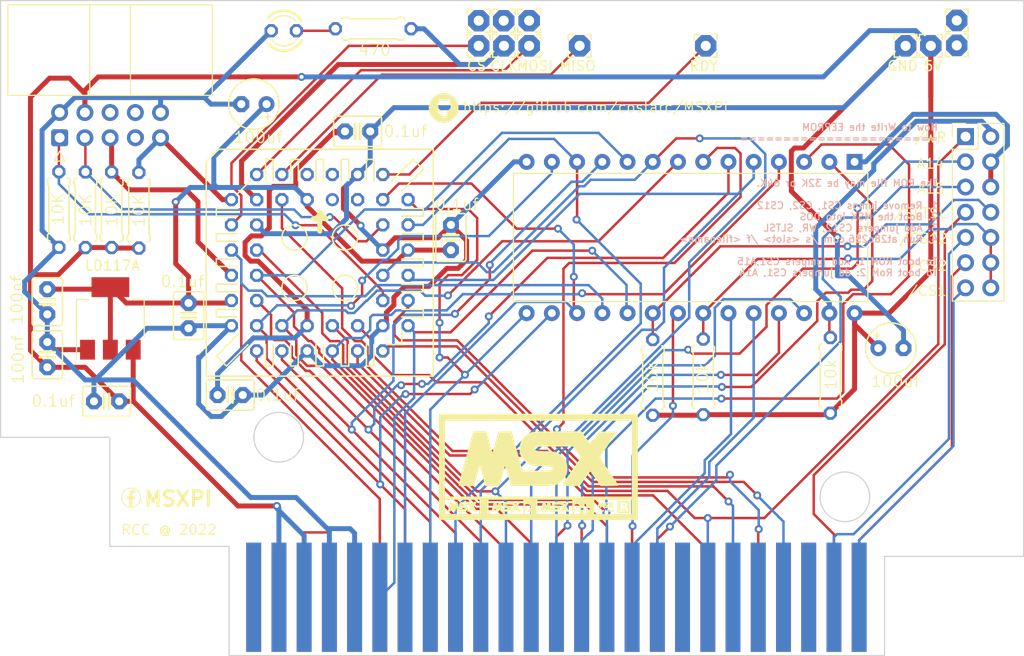
<source format=kicad_pcb>
(kicad_pcb (version 20211014) (generator pcbnew)
  (layers (0 "F.Cu" signal) (31 "B.Cu" signal) (34 "B.Paste" user) (35 "F.Paste" user) (36 "B.SilkS" user "B.Silkscreen") (37 "F.SilkS" user "F.Silkscreen") (38 "B.Mask" user) (39 "F.Mask" user) (44 "Edge.Cuts" user))
  (net 0 "")
  (net 1 "GNDREF")
  (net 2 "TMS")
  (net 3 "TDO")
  (net 4 "TDI")
  (net 5 "TCK")
  (net 6 "+3.3V")
  (net 7 "SPI_MOSI")
  (net 8 "{slash}WAIT")
  (net 9 "SPI_RDY")
  (net 10 "SPI_CS")
  (net 11 "SPI_CLK")
  (net 12 "{slash}RD")
  (net 13 "{slash}WR")
  (net 14 "{slash}IORQ")
  (net 15 "SPI_MISO")
  (net 16 "D7")
  (net 17 "D6")
  (net 18 "D5")
  (net 19 "D4")
  (net 20 "D3")
  (net 21 "D2")
  (net 22 "D1")
  (net 23 "D0")
  (net 25 "{slash}CS1")
  (net 26 "{slash}CS2")
  (net 27 "BUSDIR")
  (net 28 "A9")
  (net 29 "A8")
  (net 30 "A7")
  (net 31 "A6")
  (net 32 "A5")
  (net 33 "A4")
  (net 34 "A3")
  (net 35 "A2")
  (net 36 "A15")
  (net 37 "A14")
  (net 38 "A13")
  (net 39 "A12")
  (net 40 "A11")
  (net 41 "A10")
  (net 42 "A1")
  (net 43 "A0")
  (net 44 "+5V")
  (net 45 "{slash}CS12")
  (net 46 "{slash}SLTSL")
  (net 48 "{slash}RFSH")
  (net 49 "{slash}INT")
  (net 50 "{slash}M1")
  (net 51 "{slash}MREQ")
  (net 52 "{slash}RESET")
  (net 54 "CLOCK")
  (net 56 "unconnected-(JP2-Pad7)")
  (net 58 "Net-(LED1-PadA)")
  (net 60 "{slash}MEM_WE")
  (net 61 "{slash}MEM_OE")
  (net 62 "{slash}MEM_CE")
  (net 63 "MEM_A14")
  (net 71 "Net-(JP1-Pad44)")
  (footprint "msxpi:2,15_1,0" (layer "F.Cu") (at 151.384 75.558457)
    (fp_text reference "SPI_MOSI_PI_GPIO1" hide)
    (fp_text value "SPI_MOSI")
  )
  (footprint "msxpi:0207_7" (layer "F.Cu") (at 181.7116 108.7628 -90)
    (fp_text reference "R5" hide)
    (fp_text value "10k")
  )
  (footprint "msxpi:2,15_1,0" (layer "F.Cu") (at 191.824942 75.558457)
    (fp_text reference "+5V1" hide)
    (fp_text value "2,15/1,0" hide)
  )
  (footprint "msxpi:C2.5-3" (layer "F.Cu") (at 121.285 110.744 180)
    (fp_text reference "C8" hide)
    (fp_text value "0.1uf")
  )
  (footprint "msxpi:C2.5-3" (layer "F.Cu") (at 102.87 106.68 90)
    (fp_text reference "C1" hide)
    (fp_text value "100nf")
  )
  (footprint "msxpi:0207_7" (layer "F.Cu") (at 109.347 92.075 90)
    (fp_text reference "R3" hide)
    (fp_text value "10K")
  )
  (footprint "msxpi:2,15_1,0" (layer "F.Cu") (at 194.437 72.9996)
    (fp_text reference "MOUNTHOLE5" hide)
    (fp_text value "2,15/1,0" hide)
  )
  (footprint "LOGO" (layer "F.Cu") (at 111.3028 121.0818)
    (fp_text reference "G***" hide)
    (fp_text value "LOGO" hide)
  )
  (footprint "msxpi:0207_7" (layer "F.Cu") (at 135.6868 73.8378)
    (fp_text reference "R8" hide)
    (fp_text value "470")
  )
  (footprint "msxpi:E2,5-5" (layer "F.Cu") (at 187.8076 106.0196)
    (fp_text reference "C9" hide)
    (fp_text value "100uf")
  )
  (footprint "Package_TO_SOT_SMD:SOT-223-3_TabPin2" (layer "F.Cu") (at 109.22 103.0224 90)
    (fp_text reference "IC1" hide)
    (fp_text value "LD117A")
  )
  (footprint "msxpi:2,15_1,0" (layer "F.Cu") (at 148.8186 73.025)
    (fp_text reference "MOUNTHOLE2" hide)
    (fp_text value "2,15/1,0" hide)
  )
  (footprint "Connector_PinHeader_2.54mm:PinHeader_2x07_P2.54mm_Vertical" (layer "F.Cu") (at 195.321 84.704)
    (fp_text reference "J1" hide)
    (fp_text value "ROM_SWITCH" hide)
  )
  (footprint "msxpi:2,15_1,0" (layer "F.Cu") (at 151.384 73.025)
    (fp_text reference "MOUNTHOLE3" hide)
    (fp_text value "2,15/1,0" hide)
  )
  (footprint "msxpi:0207_7" (layer "F.Cu") (at 104.0384 92.0496 90)
    (fp_text reference "R1" hide)
    (fp_text value "10K")
  )
  (footprint "msxpi:C2.5-3" (layer "F.Cu") (at 143.51 94.869 -90)
    (fp_text reference "C7" hide)
    (fp_text value "0.1uf")
  )
  (footprint "Connector_IDC:IDC-Header_2x05_P2.54mm_Horizontal" (layer "F.Cu") (at 104.1146 84.8185 90)
    (fp_text reference "JP2" hide)
    (fp_text value "JTAG" hide)
  )
  (footprint "msxpi:0207_7" (layer "F.Cu") (at 163.83 108.966 -90)
    (fp_text reference "R7" hide)
    (fp_text value "10k")
  )
  (footprint "Package_DIP:DIP-28_W15.24mm" (layer "F.Cu") (at 184.15 87.249 -90)
    (fp_text reference "U1" hide)
    (fp_text value "AT28C256")
  )
  (footprint "msxpi:LED3MM" (layer "F.Cu") (at 126.6825 74.041 180)
    (fp_text reference "LED1" hide)
    (fp_text value "LED3MM" hide)
  )
  (footprint "msxpi:C2.5-3" (layer "F.Cu") (at 134.112 84.1756 180)
    (fp_text reference "C5" hide)
    (fp_text value "0.1uf")
  )
  (footprint "msxpi:0207_7" (layer "F.Cu") (at 106.7054 92.075 90)
    (fp_text reference "R2" hide)
    (fp_text value "10K")
  )
  (footprint "msxpi:2,15_1,0" (layer "F.Cu") (at 189.284942 75.558457)
    (fp_text reference "GND5" hide)
    (fp_text value "2,15/1,0" hide)
  )
  (footprint "msxpi:C2.5-3" (layer "F.Cu") (at 108.839 111.379 180)
    (fp_text reference "C6" hide)
    (fp_text value "0.1uf")
  )
  (footprint "msxpi:2,15_1,0" (layer "F.Cu") (at 156.464 75.558457)
    (fp_text reference "SPI_MISO_PI_GPIO1" hide)
    (fp_text value "SPI_MISO")
  )
  (footprint "msxpi:2,15_1,0" (layer "F.Cu") (at 169.164 75.558457)
    (fp_text reference "SPI_RDY_PI_GPIO1" hide)
    (fp_text value "SPI_RDY")
  )
  (footprint "msxpi:E2,5-5" (layer "F.Cu") (at 123.6726 81.4324 180)
    (fp_text reference "C2" hide)
    (fp_text value "100uf")
  )
  (footprint "LOGO" (layer "F.Cu") (at 152.2984 117.9576)
    (fp_text reference "G***" hide)
    (fp_text value "LOGO" hide)
  )
  (footprint "msxpi:C2.5-3" (layer "F.Cu") (at 117.094 102.743 90)
    (fp_text reference "C4" hide)
    (fp_text value "0.1uf")
  )
  (footprint "msxpi:2,15_1,0" (layer "F.Cu") (at 148.844 75.558457)
    (fp_text reference "SPI_CLK_PI_GPIO1" hide)
    (fp_text value "SPI_CLK")
  )
  (footprint "msxpi:0207_7" (layer "F.Cu") (at 168.91 108.9152 -90)
    (fp_text reference "R6" hide)
    (fp_text value "10k")
  )
  (footprint "msxpi:2,15_1,0" (layer "F.Cu") (at 146.304 73.025)
    (fp_text reference "MOUNTHOLE1" hide)
    (fp_text value "2,15/1,0" hide)
  )
  (footprint "msxpi:2,15_1,0" (layer "F.Cu") (at 194.437 75.5142)
    (fp_text reference "MOUNTHOLE4" hide)
    (fp_text value "2,15/1,0" hide)
  )
  (footprint "msxpi:PLCC-S44" (layer "F.Cu") (at 130.302 97.409)
    (fp_text reference "EPM3064ALC44" hide)
    (fp_text value "EPM3064ALC44" hide)
  )
  (footprint "Roni Footprints:MSX_CART" (layer "F.Cu") (at 147.828 101.6)
    (fp_text reference "JP1" hide)
    (fp_text value "MSXCART1" hide)
    (fp_line (start -49.66 13.4) (end -38.66 13.4) (layer "Edge.Cuts") (width 0.12))
    (fp_line (start 53.34 -30.6) (end 53.34 25.4) (layer "Edge.Cuts") (width 0.12))
    (fp_line (start 39.34 25.4) (end 53.34 25.4) (layer "Edge.Cuts") (width 0.12))
    (fp_line (start -49.66 13.4) (end -49.66 -30.6) (layer "Edge.Cuts") (width 0.12))
    (fp_line (start 53.34 -30.6) (end -49.66 -30.6) (layer "Edge.Cuts") (width 0.12))
    (fp_line (start -38.66 13.4) (end -38.66 24.4) (layer "Edge.Cuts") (width 0.12))
    (fp_line (start 39.34 25.4) (end 39.34 35.4) (layer "Edge.Cuts") (width 0.12))
    (fp_line (start -26.66 35.4) (end 39.34 35.4) (layer "Edge.Cuts") (width 0.12))
    (fp_line (start -38.66 24.4) (end -26.66 24.4) (layer "Edge.Cuts") (width 0.12))
    (fp_line (start -26.66 35.4) (end -26.66 24.4) (layer "Edge.Cuts") (width 0.12))
    (fp_circle (center -21.66 13.4) (end -19.16 13.4) (layer "Edge.Cuts") (width 0.12) (fill none))
    (fp_circle (center 35.34 19.4) (end 37.84 19.4) (layer "Edge.Cuts") (width 0.12) (fill none))
  )
  (footprint "msxpi:0207_7" (layer "F.Cu") (at 112.0902 92.1258 90)
    (fp_text reference "R4" hide)
    (fp_text value "10K")
  )
  (footprint "msxpi:C2.5-3" (layer "F.Cu") (at 102.87 101.346 -90)
    (fp_text reference "C3" hide)
    (fp_text value "100nf")
  )
  (footprint "LOGO" (layer "F.Cu") (at 142.7734 81.8134)
    (fp_text reference "G***" hide)
    (fp_text value "LOGO" hide)
  )
  (footprint "msxpi:2,15_1,0" (layer "F.Cu") (at 146.304 75.558457)
    (fp_text reference "SPI_CS_PI_GPIO1" hide)
    (fp_text value "SPI_CS")
  )
  (gr_text "How to Write the EEPROM\n=======================\n\n\n\nThe ROM file may be 32K or 64K.\n\n1. Remove jumps CS1, CS2, CS12\n2. Boot the MSX into DOS\n3. Add jumpers CS12, WR, SLTSL\n4. Run at28c256.com /s <slot> /f <filename>\n\nTo boot ROM 1: Add jumpers CS1,A15\nTo boot RoM 2: dd jumpers CS1, A14" (at 192.6082 91.0844) (layer "B.SilkS") (effects (font (size 0.7 0.7) (thickness 0.125)) (justify left mirror)))
  (gr_text "GND" (at 188.976 77.590457) (layer "F.SilkS") (effects (font (size 1 1))))
  (gr_text "https://github.com/costarc/MSXPi" (at 158.0642 81.7372) (layer "F.SilkS") (effects (font (size 1 1) (thickness 0.125))))
  (gr_text "CLK" (at 148.8694 77.597) (layer "F.SilkS") (effects (font (size 1 1))))
  (gr_text "RCC @ 2022" (at 115.1128 124.3076) (layer "F.SilkS") (effects (font (size 1 1) (thickness 0.125))))
  (gr_text "/SLTSL" (at 190.754 92.4306) (layer "F.SilkS") (effects (font (size 1 1) (thickness 0.125))))
  (gr_text "MSXPI" (at 116.0526 121.2088) (layer "F.SilkS") (effects (font (size 1.5 1.5) (thickness 0.3))))
  (gr_text "/CS12" (at 191.0588 94.9706) (layer "F.SilkS") (effects (font (size 1 1) (thickness 0.125))))
  (gr_text "/CS1" (at 191.4398 100.2538) (layer "F.SilkS") (effects (font (size 1 1) (thickness 0.125))))
  (gr_text "CS" (at 146.1008 77.561835) (layer "F.SilkS") (effects (font (size 1 1))))
  (gr_text "5V" (at 192.024 77.590457) (layer "F.SilkS") (effects (font (size 1 1))))
  (gr_text "RDY" (at 168.964942 77.590457) (layer "F.SilkS") (effects (font (size 1 1))))
  (gr_text "/WR" (at 191.7954 84.7852) (layer "F.SilkS") (effects (font (size 1 1) (thickness 0.125))))
  (gr_text "MOSI" (at 151.9682 77.590457) (layer "F.SilkS") (effects (font (size 1 1))))
  (gr_text "A15" (at 191.8208 89.9414) (layer "F.SilkS") (effects (font (size 1 1) (thickness 0.125))))
  (gr_text "A14" (at 191.7954 87.4268) (layer "F.SilkS") (effects (font (size 1 1) (thickness 0.125))))
  (gr_text "MISO\n" (at 156.264942 77.590457) (layer "F.SilkS") (effects (font (size 1 1))))
  (gr_text "/CS2" (at 191.4906 97.7138) (layer "F.SilkS") (effects (font (size 1 1) (thickness 0.125))))
  (segment (start 136.652 96.139) (end 137.8966 94.8944) (width 0.5) (layer "F.Cu") (net 1))
  (segment (start 145.0848 95.1738) (end 143.51 93.599) (width 0.5) (layer "F.Cu") (net 1))
  (segment (start 137.0076 102.43827) (end 137.7656 101.68027) (width 0.5) (layer "F.Cu") (net 1))
  (segment (start 177.7832 90.204) (end 177.7832 86.1736) (width 0.5) (layer "F.Cu") (net 1))
  (segment (start 177.7832 86.1736) (end 178.1048 85.852) (width 0.5) (layer "F.Cu") (net 1))
  (segment (start 145.0848 97.1296) (end 145.0848 95.1738) (width 0.5) (layer "F.Cu") (net 1))
  (segment (start 137.7656 100.8928) (end 138.8658 99.7926) (width 0.5) (layer "F.Cu") (net 1))
  (segment (start 134.112 88.519) (end 132.6856 89.9454) (width 0.5) (layer "F.Cu") (net 1))
  (segment (start 106.92 106.1724) (end 103.6324 106.1724) (width 0.5) (layer "F.Cu") (net 1))
  (segment (start 182.4228 94.8436) (end 177.7832 90.204) (width 0.5) (layer "F.Cu") (net 1))
  (segment (start 143.094236 97.983835) (end 144.230565 97.983835) (width 0.5) (layer "F.Cu") (net 1))
  (segment (start 132.6856 89.9454) (end 132.6856 91.944) (width 0.5) (layer "F.Cu") (net 1))
  (segment (start 178.1048 85.852) (end 178.991399 85.852) (width 0.5) (layer "F.Cu") (net 1))
  (segment (start 132.6856 91.944) (end 134.4168 93.6752) (width 0.5) (layer "F.Cu") (net 1))
  (segment (start 138.8658 99.7926) (end 141.285471 99.7926) (width 0.5) (layer "F.Cu") (net 1))
  (segment (start 144.230565 97.983835) (end 145.0848 97.1296) (width 0.5) (layer "F.Cu") (net 1))
  (segment (start 141.285471 99.7926) (end 143.094236 97.983835) (width 0.5) (layer "F.Cu") (net 1))
  (segment (start 137.0076 103.4034) (end 137.0076 102.43827) (width 0.5) (layer "F.Cu") (net 1))
  (segment (start 136.652 103.759) (end 137.0076 103.4034) (width 0.5) (layer "F.Cu") (net 1))
  (segment (start 137.7656 101.68027) (end 137.7656 100.8928) (width 0.5) (layer "F.Cu") (net 1))
  (segment (start 178.991399 85.852) (end 189.284942 75.558457) (width 0.5) (layer "F.Cu") (net 1))
  (segment (start 142.2146 94.8944) (end 143.51 93.599) (width 0.5) (layer "F.Cu") (net 1))
  (segment (start 137.8966 94.8944) (end 142.2146 94.8944) (width 0.5) (layer "F.Cu") (net 1))
  (segment (start 103.6324 106.1724) (end 102.87 105.41) (width 0.5) (layer "F.Cu") (net 1))
  (via (at 134.4168 93.6752) (size 0.8) (drill 0.4) (layers "F.Cu" "B.Cu") (net 1))
  (via (at 182.4228 94.8436) (size 0.8) (drill 0.4) (layers "F.Cu" "B.Cu") (net 1))
  (segment (start 117.348 103.759) (end 117.094 104.013) (width 0.5) (layer "B.Cu") (net 1))
  (segment (start 105.6211 80.772) (end 114.2238 80.772) (width 0.5) (layer "B.Cu") (net 1))
  (segment (start 133.810025 131.114405) (end 133.810025 124.666025) (width 0.5) (layer "B.Cu") (net 1))
  (segment (start 133.810025 124.666025) (end 133.35 124.206) (width 0.5) (layer "B.Cu") (net 1))
  (segment (start 102.87 102.616) (end 100.584 100.33) (width 0.5) (layer "B.Cu") (net 1))
  (segment (start 135.382 87.249) (end 134.112 88.519) (width 0.5) (layer "B.Cu") (net 1))
  (segment (start 107.442 109.22) (end 106.68 109.22) (width 0.5) (layer "B.Cu") (net 1))
  (segment (start 119.38 112.903) (end 120.396 112.903) (width 0.5) (layer "B.Cu") (net 1))
  (segment (start 182.4228 98.7379) (end 182.4228 94.8436) (width 0.5) (layer "B.Cu") (net 1))
  (segment (start 135.5384 104.8726) (end 136.652 103.759) (width 0.5) (layer "B.Cu") (net 1))
  (segment (start 135.382 87.249) (end 135.382 84.1756) (width 0.5) (layer "B.Cu") (net 1))
  (segment (start 134.4168 93.6752) (end 134.4168 93.9038) (width 0.5) (layer "B.Cu") (net 1))
  (segment (start 118.6815 80.772) (end 118.68785 80.76565) (width 0.5) (layer "B.Cu") (net 1))
  (segment (start 183.055399 81.788) (end 137.7696 81.788) (width 0.5) (layer "B.Cu") (net 1))
  (segment (start 123.3528 121.0668) (end 111.506 109.22) (width 0.5) (layer "B.Cu") (net 1))
  (segment (start 132.9944 92.964) (end 132.9944 89.6366) (width 0.5) (layer "B.Cu") (net 1))
  (segment (start 135.5384 106.76027) (end 135.5384 104.8726) (width 0.5) (layer "B.Cu") (net 1))
  (segment (start 131.064 124.206) (end 127.9248 121.0668) (width 0.5) (layer "B.Cu") (net 1))
  (segment (start 118.237 106.934) (end 118.11 106.934) (width 0.5) (layer "B.Cu") (net 1))
  (segment (start 106.68 109.22) (end 102.87 105.41) (width 0.5) (layer "B.Cu") (net 1))
  (segment (start 124.841 94.488) (end 131.4704 94.488) (width 0.5) (layer "B.Cu") (net 1))
  (segment (start 127.9248 121.0668) (end 123.3528 121.0668) (width 0.5) (layer "B.Cu") (net 1))
  (segment (start 131.270025 124.412025) (end 131.270025 131.114405) (width 0.5) (layer "B.Cu") (net 1))
  (segment (start 111.506 109.22) (end 107.442 109.22) (width 0.5) (layer "B.Cu") (net 1))
  (segment (start 133.35 124.206) (end 131.064 124.206) (width 0.5) (layer "B.Cu") (net 1))
  (segment (start 114.2238 80.772) (end 118.6815 80.772) (width 0.5) (layer "B.Cu") (net 1))
  (segment (start 151.13 87.249) (end 149.86 87.249) (width 0.5) (layer "B.Cu") (net 1))
  (segment (start 134.4168 93.9038) (end 136.652 96.139) (width 0.5) (layer "B.Cu") (net 1))
  (segment (start 112.903 104.013) (end 107.569 109.347) (width 0.5) (layer "B.Cu") (net 1))
  (segment (start 189.0776 104.2416) (end 183.5739 98.7379) (width 0.5) (layer "B.Cu") (net 1))
  (segment (start 104.1146 82.2785) (end 102.344544 84.048556) (width 0.5) (layer "B.Cu") (net 1))
  (segment (start 107.569 109.347) (end 107.442 109.22) (width 0.5) (layer "B.Cu") (net 1))
  (segment (start 137.7696 81.788) (end 135.382 84.1756) (width 0.5) (layer "B.Cu") (net 1))
  (segment (start 149.86 87.249) (end 143.51 93.599) (width 0.5) (layer "B.Cu") (net 1))
  (segment (start 118.11 106.934) (end 118.11 111.633) (width 0.5) (layer "B.Cu") (net 1))
  (segment (start 131.270025 124.253975) (end 131.270025 124.412025) (width 0.5) (layer "B.Cu") (net 1))
  (segment (start 189.284942 75.558457) (end 183.055399 81.788) (width 0.5) (layer "B.Cu") (net 1))
  (segment (start 107.569 111.379) (end 107.569 109.347) (width 0.5) (layer "B.Cu") (net 1))
  (segment (start 102.344544 94.165744) (end 104.0384 95.8596) (width 0.5) (layer "B.Cu") (net 1))
  (segment (start 114.2746 80.8228) (end 114.2238 80.772) (width 0.5) (layer "B.Cu") (net 1))
  (segment (start 118.68785 80.76565) (end 125.4125 74.041) (width 0.5) (layer "B.Cu") (net 1))
  (segment (start 104.1146 82.2785) (end 105.6211 80.772) (width 0.5) (layer "B.Cu") (net 1))
  (segment (start 121.412 103.759) (end 118.237 106.934) (width 0.5) (layer "B.Cu") (net 1))
  (segment (start 129.032 106.299) (end 130.5306 107.7976) (width 0.5) (layer "B.Cu") (net 1))
  (segment (start 102.344544 84.048556) (end 102.344544 94.165744) (width 0.5) (layer "B.Cu") (net 1))
  (segment (start 117.094 104.013) (end 112.903 104.013) (width 0.5) (layer "B.Cu") (net 1))
  (segment (start 119.3546 81.4324) (end 122.4026 81.4324) (width 0.5) (layer "B.Cu") (net 1))
  (segment (start 118.68785 80.76565) (end 119.3546 81.4324) (width 0.5) (layer "B.Cu") (net 1))
  (segment (start 130.5306 107.7976) (end 134.50107 107.7976) (width 0.5) (layer "B.Cu") (net 1))
  (segment (start 120.396 112.903) (end 122.555 110.744) (width 0.5) (layer "B.Cu") (net 1))
  (segment (start 122.555 110.744) (end 124.587 110.744) (width 0.5) (layer "B.Cu") (net 1))
  (segment (start 124.587 110.744) (end 129.032 106.299) (width 0.5) (layer "B.Cu") (net 1))
  (segment (start 100.584 100.33) (end 100.584 99.314) (width 0.5) (layer "B.Cu") (net 1))
  (segment (start 131.064 124.206) (end 131.270025 124.412025) (width 0.5) (layer "B.Cu") (net 1))
  (segment (start 102.87 102.616) (end 102.87 105.41) (width 0.5) (layer "B.Cu") (net 1))
  (segment (start 131.4704 94.488) (end 132.9944 92.964) (width 0.5) (layer "B.Cu") (net 1))
  (segment (start 121.412 103.759) (end 117.348 103.759) (width 0.5) (layer "B.Cu") (net 1))
  (segment (start 189.0776 106.0196) (end 189.0776 104.2416) (width 0.5) (layer "B.Cu") (net 1))
  (segment (start 118.11 111.633) (end 119.38 112.903) (width 0.5) (layer "B.Cu") (net 1))
  (segment (start 132.9944 89.6366) (end 134.112 88.519) (width 0.5) (layer "B.Cu") (net 1))
  (segment (start 134.50107 107.7976) (end 135.5384 106.76027) (width 0.5) (layer "B.Cu") (net 1))
  (segment (start 123.952 93.599) (end 124.841 94.488) (width 0.5) (layer "B.Cu") (net 1))
  (segment (start 114.2746 82.2785) (end 114.2746 80.8228) (width 0.5) (layer "B.Cu") (net 1))
  (segment (start 183.5739 98.7379) (end 182.4228 98.7379) (width 0.5) (layer "B.Cu") (net 1))
  (segment (start 100.584 99.314) (end 104.0384 95.8596) (width 0.5) (layer "B.Cu") (net 1))
  (segment (start 118.0418 91.2702) (end 116.84 90.0684) (width 0.5) (layer "F.Cu") (net 2))
  (segment (start 121.412 98.679) (end 118.0418 95.3088) (width 0.5) (layer "F.Cu") (net 2))
  (segment (start 116.84 90.0684) (end 111.1504 90.0684) (width 0.5) (layer "F.Cu") (net 2))
  (segment (start 118.0418 95.3088) (end 118.0418 91.2702) (width 0.5) (layer "F.Cu") (net 2))
  (segment (start 111.1504 90.0684) (end 109.347 88.265) (width 0.5) (layer "F.Cu") (net 2))
  (segment (start 109.347 84.9709) (end 109.1946 84.8185) (width 0.5) (layer "F.Cu") (net 2))
  (segment (start 109.347 88.265) (end 109.347 84.9709) (width 0.5) (layer "F.Cu") (net 2))
  (segment (start 106.7054 88.265) (end 106.7054 84.8693) (width 0.25) (layer "F.Cu") (net 3))
  (segment (start 131.308204 92.8116) (end 131.7244 92.8116) (width 0.25) (layer "F.Cu") (net 3))
  (segment (start 135.001 95.25) (end 136.652 93.599) (width 0.25) (layer "F.Cu") (net 3))
  (segment (start 134.1628 95.25) (end 135.001 95.25) (width 0.25) (layer "F.Cu") (net 3))
  (segment (start 131.7244 92.8116) (end 134.1628 95.25) (width 0.25) (layer "F.Cu") (net 3))
  (segment (start 106.7054 84.8693) (end 106.6546 84.8185) (width 0.25) (layer "F.Cu") (net 3))
  (via (at 131.308204 92.8116) (size 0.8) (drill 0.4) (layers "F.Cu" "B.Cu") (net 3))
  (segment (start 131.308204 92.8116) (end 128.4732 92.8116) (width 0.25) (layer "B.Cu") (net 3))
  (segment (start 113.009831 92.0496) (end 112.976031 92.0158) (width 0.25) (layer "B.Cu") (net 3))
  (segment (start 112.976031 92.0158) (end 110.4562 92.0158) (width 0.25) (layer "B.Cu") (net 3))
  (segment (start 128.4732 92.8116) (end 127.7112 92.0496) (width 0.25) (layer "B.Cu") (net 3))
  (segment (start 110.4562 92.0158) (end 106.7054 88.265) (width 0.25) (layer "B.Cu") (net 3))
  (segment (start 127.7112 92.0496) (end 113.009831 92.0496) (width 0.25) (layer "B.Cu") (net 3))
  (segment (start 114.2746 84.8185) (end 120.5151 91.059) (width 0.5) (layer "F.Cu") (net 4))
  (segment (start 120.5151 91.059) (end 121.412 91.059) (width 0.5) (layer "F.Cu") (net 4))
  (segment (start 114.2746 84.836) (end 112.0902 87.0204) (width 0.5) (layer "B.Cu") (net 4))
  (segment (start 114.2746 84.8185) (end 114.2746 84.836) (width 0.5) (layer "B.Cu") (net 4))
  (segment (start 112.0902 87.0204) (end 112.0902 88.3158) (width 0.5) (layer "B.Cu") (net 4))
  (segment (start 130.021931 93.6353) (end 136.652 100.265369) (width 0.25) (layer "F.Cu") (net 5))
  (segment (start 104.0384 88.2396) (end 104.0384 84.8947) (width 0.25) (layer "F.Cu") (net 5))
  (segment (start 104.0384 84.8947) (end 104.1146 84.8185) (width 0.25) (layer "F.Cu") (net 5))
  (segment (start 136.652 100.265369) (end 136.652 101.219) (width 0.25) (layer "F.Cu") (net 5))
  (segment (start 127.8636 93.6353) (end 130.021931 93.6353) (width 0.25) (layer "F.Cu") (net 5))
  (via (at 127.8636 93.6353) (size 0.8) (drill 0.4) (layers "F.Cu" "B.Cu") (net 5))
  (segment (start 107.1098 92.5302) (end 104.0384 89.4588) (width 0.25) (layer "B.Cu") (net 5))
  (segment (start 104.0384 89.4588) (end 104.0384 88.2396) (width 0.25) (layer "B.Cu") (net 5))
  (segment (start 127.8636 93.6353) (end 126.7585 92.5302) (width 0.25) (layer "B.Cu") (net 5))
  (segment (start 126.7585 92.5302) (end 107.1098 92.5302) (width 0.25) (layer "B.Cu") (net 5))
  (segment (start 122.7836 96.692902) (end 123.343298 97.2526) (width 0.5) (layer "F.Cu") (net 6))
  (segment (start 123.4226 94.7126) (end 122.7836 95.3516) (width 0.5) (layer "F.Cu") (net 6))
  (segment (start 127.889 89.916) (end 129.032 91.059) (width 0.5) (layer "F.Cu") (net 6))
  (segment (start 132.842 84.328) (end 131.8768 84.328) (width 0.5) (layer "F.Cu") (net 6))
  (segment (start 131.64813 84.328) (end 131.80053 84.1756) (width 0.5) (layer "F.Cu") (net 6))
  (segment (start 131.80053 84.1756) (end 132.842 84.1756) (width 0.5) (layer "F.Cu") (net 6))
  (segment (start 132.842 84.1756) (end 132.0292 84.1756) (width 0.5) (layer "F.Cu") (net 6))
  (segment (start 121.158 101.473) (end 121.412 101.219) (width 0.5) (layer "F.Cu") (net 6))
  (segment (start 129.032 91.7448) (end 129.032 91.059) (width 0.5) (layer "F.Cu") (net 6))
  (segment (start 110.8206 101.473) (end 109.22 99.8724) (width 0.5) (layer "F.Cu") (net 6))
  (segment (start 125.222 93.90387) (end 124.41327 94.7126) (width 0.5) (layer "F.Cu") (net 6))
  (segment (start 102.87 100.076) (end 109.0164 100.076) (width 0.5) (layer "F.Cu") (net 6))
  (segment (start 109.22 106.1724) (end 109.22 99.8724) (width 0.5) (layer "F.Cu") (net 6))
  (segment (start 125.6284 89.7128) (end 125.222 90.1192) (width 0.5) (layer "F.Cu") (net 6))
  (segment (start 127.6858 89.7128) (end 125.6284 89.7128) (width 0.5) (layer "F.Cu") (net 6))
  (segment (start 132.0292 84.1756) (end 131.8768 84.328) (width 0.5) (layer "F.Cu") (net 6))
  (segment (start 129.032 102.1802) (end 129.032 103.759) (width 0.5) (layer "F.Cu") (net 6))
  (segment (start 124.1044 97.2526) (end 129.032 102.1802) (width 0.5) (layer "F.Cu") (net 6))
  (segment (start 129.032 91.059) (end 127.6858 89.7128) (width 0.5) (layer "F.Cu") (net 6))
  (segment (start 138.0784 97.2526) (end 134.5398 97.2526) (width 0.5) (layer "F.Cu") (net 6))
  (segment (start 131.8768 84.328) (end 131.64813 84.328) (width 0.5) (layer "F.Cu") (net 6))
  (segment (start 115.7986 97.5106) (end 117.094 98.806) (width 0.5) (layer "F.Cu") (net 6))
  (segment (start 124.41327 94.7126) (end 123.4226 94.7126) (width 0.5) (layer "F.Cu") (net 6))
  (segment (start 109.0164 100.076) (end 109.22 99.8724) (width 0.5) (layer "F.Cu") (net 6))
  (segment (start 139.192 96.139) (end 138.0784 97.2526) (width 0.5) (layer "F.Cu") (net 6))
  (segment (start 109.118 100.076) (end 109.22 99.974) (width 0.5) (layer "F.Cu") (net 6))
  (segment (start 122.7836 95.3516) (end 122.7836 96.692902) (width 0.5) (layer "F.Cu") (net 6))
  (segment (start 131.64813 84.328) (end 127.889 88.08713) (width 0.5) (layer "F.Cu") (net 6))
  (segment (start 134.5398 97.2526) (end 129.032 91.7448) (width 0.5) (layer "F.Cu") (net 6))
  (segment (start 143.51 96.139) (end 139.192 96.139) (width 0.5) (layer "F.Cu") (net 6))
  (segment (start 115.7986 91.2876) (end 115.7986 97.5106) (width 0.5) (layer "F.Cu") (net 6))
  (segment (start 123.343298 97.2526) (end 124.1044 97.2526) (width 0.5) (layer "F.Cu") (net 6))
  (segment (start 117.094 101.473) (end 110.8206 101.473) (width 0.5) (layer "F.Cu") (net 6))
  (segment (start 125.222 90.1192) (end 125.222 93.90387) (width 0.5) (layer "F.Cu") (net 6))
  (segment (start 127.889 88.08713) (end 127.889 89.916) (width 0.5) (layer "F.Cu") (net 6))
  (segment (start 117.094 101.473) (end 121.158 101.473) (width 0.5) (layer "F.Cu") (net 6))
  (segment (start 117.094 98.806) (end 117.094 101.473) (width 0.5) (layer "F.Cu") (net 6))
  (via (at 115.7986 91.2876) (size 0.8) (drill 0.4) (layers "F.Cu" "B.Cu") (net 6))
  (segment (start 115.7986 91.2876) (end 117.257072 89.829128) (width 0.5) (layer "B.Cu") (net 6))
  (segment (start 119.634 89.5096) (end 119.953528 89.829128) (width 0.5) (layer "B.Cu") (net 6))
  (segment (start 123.611128 104.988872) (end 120.015 108.585) (width 0.5) (layer "B.Cu") (net 6))
  (segment (start 127.802128 89.829128) (end 119.953528 89.829128) (width 0.5) (layer "B.Cu") (net 6))
  (segment (start 127.802128 104.988872) (end 123.611128 104.988872) (width 0.5) (layer "B.Cu") (net 6))
  (segment (start 129.032 91.059) (end 127.802128 89.829128) (width 0.5) (layer "B.Cu") (net 6))
  (segment (start 129.032 103.759) (end 127.802128 104.988872) (width 0.5) (layer "B.Cu") (net 6))
  (segment (start 119.634 86.741) (end 119.634 89.5096) (width 0.5) (layer "B.Cu") (net 6))
  (segment (start 120.015 108.585) (end 120.015 110.744) (width 0.5) (layer "B.Cu") (net 6))
  (segment (start 124.9426 81.4324) (end 119.634 86.741) (width 0.5) (layer "B.Cu") (net 6))
  (segment (start 117.257072 89.829128) (end 119.953528 89.829128) (width 0.5) (layer "B.Cu") (net 6))
  (segment (start 134.454719 78.016281) (end 148.926176 78.016281) (width 0.25) (layer "F.Cu") (net 7))
  (segment (start 148.926176 78.016281) (end 151.384 75.558457) (width 0.25) (layer "F.Cu") (net 7))
  (segment (start 123.952 88.519) (end 134.454719 78.016281) (width 0.25) (layer "F.Cu") (net 7))
  (segment (start 174.3456 120.8532) (end 172.99 119.4976) (width 0.25) (layer "F.Cu") (net 8))
  (segment (start 172.99 119.4976) (end 157.75 119.4976) (width 0.25) (layer "F.Cu") (net 8))
  (segment (start 137.1092 105.8418) (end 136.652 106.299) (width 0.25) (layer "F.Cu") (net 8))
  (segment (start 144.0942 105.8418) (end 137.1092 105.8418) (width 0.25) (layer "F.Cu") (net 8))
  (segment (start 157.75 119.4976) (end 144.0942 105.8418) (width 0.25) (layer "F.Cu") (net 8))
  (via (at 174.3456 120.8532) (size 0.8) (drill 0.4) (layers "F.Cu" "B.Cu") (net 8))
  (segment (start 174.3456 120.8532) (end 176.990025 123.497625) (width 0.25) (layer "B.Cu") (net 8))
  (segment (start 176.990025 123.497625) (end 176.990025 131.114405) (width 0.25) (layer "B.Cu") (net 8))
  (segment (start 163.417057 81.3054) (end 169.164 75.558457) (width 0.25) (layer "F.Cu") (net 9))
  (segment (start 146.5326 81.3054) (end 163.417057 81.3054) (width 0.25) (layer "F.Cu") (net 9))
  (segment (start 139.319 88.519) (end 146.5326 81.3054) (width 0.25) (layer "F.Cu") (net 9))
  (segment (start 136.652 88.519) (end 139.319 88.519) (width 0.25) (layer "F.Cu") (net 9))
  (segment (start 121.412 89.660908) (end 121.412 87.376) (width 0.25) (layer "F.Cu") (net 10))
  (segment (start 121.412 87.376) (end 133.229543 75.558457) (width 0.25) (layer "F.Cu") (net 10))
  (segment (start 121.412 93.599) (end 122.4006 92.6104) (width 0.25) (layer "F.Cu") (net 10))
  (segment (start 122.4006 92.6104) (end 122.4006 90.649508) (width 0.25) (layer "F.Cu") (net 10))
  (segment (start 122.4006 90.649508) (end 121.412 89.660908) (width 0.25) (layer "F.Cu") (net 10))
  (segment (start 133.229543 75.558457) (end 146.304 75.558457) (width 0.25) (layer "F.Cu") (net 10))
  (segment (start 122.428 89.535) (end 123.952 91.059) (width 0.5) (layer "F.Cu") (net 11))
  (segment (start 148.844 75.558457) (end 146.964376 77.438081) (width 0.5) (layer "F.Cu") (net 11))
  (segment (start 146.964376 77.438081) (end 132.167617 77.438081) (width 0.5) (layer "F.Cu") (net 11))
  (segment (start 122.428 87.177698) (end 122.428 89.535) (width 0.5) (layer "F.Cu") (net 11))
  (segment (start 132.167617 77.438081) (end 122.428 87.177698) (width 0.5) (layer "F.Cu") (net 11))
  (segment (start 139.4968 73.8378) (end 140.7922 73.8378) (width 0.5) (layer "B.Cu") (net 11))
  (segment (start 146.957857 77.4446) (end 148.844 75.558457) (width 0.5) (layer "B.Cu") (net 11))
  (segment (start 144.399 77.4446) (end 146.957857 77.4446) (width 0.5) (layer "B.Cu") (net 11))
  (segment (start 140.7922 73.8378) (end 144.399 77.4446) (width 0.5) (layer "B.Cu") (net 11))
  (segment (start 163.86282 120.8572) (end 157.014956 120.8572) (width 0.25) (layer "F.Cu") (net 12))
  (segment (start 152.993756 116.836) (end 143.4044 116.836) (width 0.25) (layer "F.Cu") (net 12))
  (segment (start 134.112 107.5436) (end 134.112 106.299) (width 0.25) (layer "F.Cu") (net 12))
  (segment (start 169.370025 126.364405) (end 163.86282 120.8572) (width 0.25) (layer "F.Cu") (net 12))
  (segment (start 143.4044 116.836) (end 134.112 107.5436) (width 0.25) (layer "F.Cu") (net 12))
  (segment (start 169.370025 131.114405) (end 169.370025 126.364405) (width 0.25) (layer "F.Cu") (net 12))
  (segment (start 157.014956 120.8572) (end 152.993756 116.836) (width 0.25) (layer "F.Cu") (net 12))
  (segment (start 143.6624 116.3828) (end 138.656099 111.376499) (width 0.25) (layer "F.Cu") (net 13))
  (segment (start 133.858 105.3104) (end 132.5606 104.013) (width 0.25) (layer "F.Cu") (net 13))
  (segment (start 138.639313 111.376499) (end 135.1006 107.837786) (width 0.25) (layer "F.Cu") (net 13))
  (segment (start 192.5828 87.4268) (end 193.4972 86.5124) (width 0.25) (layer "F.Cu") (net 13))
  (segment (start 165.3112 120.404) (end 157.202678 120.404) (width 0.25) (layer "F.Cu") (net 13))
  (segment (start 135.1006 107.837786) (end 135.1006 105.889508) (width 0.25) (layer "F.Cu") (net 13))
  (segment (start 135.1006 105.889508) (end 134.521492 105.3104) (width 0.25) (layer "F.Cu") (net 13))
  (segment (start 168.0464 123.1392) (end 165.3112 120.404) (width 0.25) (layer "F.Cu") (net 13))
  (segment (start 138.656099 111.376499) (end 138.639313 111.376499) (width 0.25) (layer "F.Cu") (net 13))
  (segment (start 132.5606 99.9978) (end 126.492 93.9292) (width 0.25) (layer "F.Cu") (net 13))
  (segment (start 153.181478 116.3828) (end 143.6624 116.3828) (width 0.25) (layer "F.Cu") (net 13))
  (segment (start 169.3672 123.1392) (end 168.0464 123.1392) (width 0.25) (layer "F.Cu") (net 13))
  (segment (start 134.521492 105.3104) (end 133.858 105.3104) (width 0.25) (layer "F.Cu") (net 13))
  (segment (start 175.0568 123.1392) (end 192.5828 105.6132) (width 0.25) (layer "F.Cu") (net 13))
  (segment (start 157.202678 120.404) (end 153.181478 116.3828) (width 0.25) (layer "F.Cu") (net 13))
  (segment (start 193.4972 86.5124) (end 193.5126 86.5124) (width 0.25) (layer "F.Cu") (net 13))
  (segment (start 192.5828 105.6132) (end 192.5828 87.4268) (width 0.25) (layer "F.Cu") (net 13))
  (segment (start 132.5606 104.013) (end 132.5606 99.9978) (width 0.25) (layer "F.Cu") (net 13))
  (segment (start 126.492 93.9292) (end 126.492 91.059) (width 0.25) (layer "F.Cu") (net 13))
  (segment (start 169.3672 123.1392) (end 175.0568 123.1392) (width 0.25) (layer "F.Cu") (net 13))
  (segment (start 193.5126 86.5124) (end 195.321 84.704) (width 0.25) (layer "F.Cu") (net 13))
  (via (at 169.3672 123.1392) (size 0.8) (drill 0.4) (layers "F.Cu" "B.Cu") (net 13))
  (segment (start 169.3672 123.1392) (end 169.370025 123.142025) (width 0.25) (layer "B.Cu") (net 13))
  (segment (start 169.370025 123.142025) (end 169.370025 131.114405) (width 0.25) (layer "B.Cu") (net 13))
  (segment (start 135.563722 106.658522) (end 135.563722 105.210722) (width 0.25) (layer "F.Cu") (net 14))
  (segment (start 146.8966 109.457) (end 142.0198 109.457) (width 0.25) (layer "F.Cu") (net 14))
  (segment (start 171.45 121.4628) (end 169.938 119.9508) (width 0.25) (layer "F.Cu") (net 14))
  (segment (start 141.3002 108.7374) (end 137.6426 108.7374) (width 0.25) (layer "F.Cu") (net 14))
  (segment (start 157.3904 119.9508) (end 146.8966 109.457) (width 0.25) (layer "F.Cu") (net 14))
  (segment (start 142.0198 109.457) (end 141.3002 108.7374) (width 0.25) (layer "F.Cu") (net 14))
  (segment (start 169.938 119.9508) (end 157.3904 119.9508) (width 0.25) (layer "F.Cu") (net 14))
  (segment (start 135.563722 105.210722) (end 134.112 103.759) (width 0.25) (layer "F.Cu") (net 14))
  (segment (start 137.6426 108.7374) (end 135.563722 106.658522) (width 0.25) (layer "F.Cu") (net 14))
  (via (at 171.45 121.4628) (size 0.8) (drill 0.4) (layers "F.Cu" "B.Cu") (net 14))
  (segment (start 171.910025 121.922825) (end 171.910025 131.114405) (width 0.25) (layer "B.Cu") (net 14))
  (segment (start 171.45 121.4628) (end 171.910025 121.922825) (width 0.25) (layer "B.Cu") (net 14))
  (segment (start 153.552976 78.469481) (end 156.464 75.558457) (width 0.25) (layer "F.Cu") (net 15))
  (segment (start 136.541519 78.469481) (end 153.552976 78.469481) (width 0.25) (layer "F.Cu") (net 15))
  (segment (start 126.492 88.519) (end 136.541519 78.469481) (width 0.25) (layer "F.Cu") (net 15))
  (segment (start 143.4846 104.4194) (end 139.8524 104.4194) (width 0.25) (layer "F.Cu") (net 16))
  (segment (start 157.734 96.1947) (end 151.7093 96.1947) (width 0.25) (layer "F.Cu") (net 16))
  (segment (start 139.8524 104.4194) (end 139.192 103.759) (width 0.25) (layer "F.Cu") (net 16))
  (segment (start 151.7093 96.1947) (end 143.4846 104.4194) (width 0.25) (layer "F.Cu") (net 16))
  (via (at 157.734 96.1947) (size 0.8) (drill 0.4) (layers "F.Cu" "B.Cu") (net 16))
  (segment (start 137.811825 113.007253) (end 139.8016 111.017478) (width 0.25) (layer "B.Cu") (net 16))
  (segment (start 136.350025 131.114405) (end 137.811825 129.652605) (width 0.25) (layer "B.Cu") (net 16))
  (segment (start 161.1884 99.6491) (end 161.1884 102.3874) (width 0.25) (layer "B.Cu") (net 16))
  (segment (start 157.734 96.1947) (end 161.1884 99.6491) (width 0.25) (layer "B.Cu") (net 16))
  (segment (start 139.8016 111.017478) (end 139.8016 104.3686) (width 0.25) (layer "B.Cu") (net 16))
  (segment (start 137.811825 129.652605) (end 137.811825 113.007253) (width 0.25) (layer "B.Cu") (net 16))
  (segment (start 139.8016 104.3686) (end 139.192 103.759) (width 0.25) (layer "B.Cu") (net 16))
  (segment (start 161.1884 102.3874) (end 161.29 102.489) (width 0.25) (layer "B.Cu") (net 16))
  (segment (start 136.350025 131.114405) (end 136.350025 124.126975) (width 0.25) (layer "F.Cu") (net 17))
  (segment (start 122.4006 97.1276) (end 121.412 96.139) (width 0.25) (layer "F.Cu") (net 17))
  (segment (start 136.3472 121.2088) (end 122.4006 107.2622) (width 0.25) (layer "F.Cu") (net 17))
  (segment (start 122.4006 107.2622) (end 122.4006 97.1276) (width 0.25) (layer "F.Cu") (net 17))
  (segment (start 136.350025 124.126975) (end 136.3472 124.12415) (width 0.25) (layer "F.Cu") (net 17))
  (segment (start 136.3472 124.12415) (end 136.3472 121.2088) (width 0.25) (layer "F.Cu") (net 17))
  (segment (start 157.3784 99.6696) (end 158.75 101.0412) (width 0.25) (layer "B.Cu") (net 17))
  (segment (start 135.9916 99.6696) (end 157.3784 99.6696) (width 0.25) (layer "B.Cu") (net 17))
  (segment (start 134.874 100.7872) (end 135.9916 99.6696) (width 0.25) (layer "B.Cu") (net 17))
  (segment (start 123.1412 100.2304) (end 124.462 100.2304) (width 0.25) (layer "B.Cu") (net 17))
  (segment (start 122.4006 99.4898) (end 123.1412 100.2304) (width 0.25) (layer "B.Cu") (net 17))
  (segment (start 125.0188 100.7872) (end 134.874 100.7872) (width 0.25) (layer "B.Cu") (net 17))
  (segment (start 121.412 96.139) (end 122.4006 97.1276) (width 0.25) (layer "B.Cu") (net 17))
  (segment (start 124.462 100.2304) (end 125.0188 100.7872) (width 0.25) (layer "B.Cu") (net 17))
  (segment (start 122.4006 97.1276) (end 122.4006 99.4898) (width 0.25) (layer "B.Cu") (net 17))
  (segment (start 158.75 101.0412) (end 158.75 102.489) (width 0.25) (layer "B.Cu") (net 17))
  (segment (start 156.21 102.489) (end 155.8798 102.1588) (width 0.25) (layer "F.Cu") (net 18))
  (segment (start 150.114 93.98) (end 154.2796 93.98) (width 0.25) (layer "F.Cu") (net 18))
  (segment (start 145.5674 89.4334) (end 149.7584 93.6244) (width 0.25) (layer "F.Cu") (net 18))
  (segment (start 136.652 91.059) (end 138.2776 89.4334) (width 0.25) (layer "F.Cu") (net 18))
  (segment (start 138.2776 89.4334) (end 138.7094 89.4334) (width 0.25) (layer "F.Cu") (net 18))
  (segment (start 155.8798 102.1588) (end 155.8798 98.8314) (width 0.25) (layer "F.Cu") (net 18))
  (segment (start 149.7584 93.6244) (end 150.114 93.98) (width 0.25) (layer "F.Cu") (net 18))
  (segment (start 138.7094 89.4334) (end 145.5674 89.4334) (width 0.25) (layer "F.Cu") (net 18))
  (via (at 155.8798 98.8314) (size 0.8) (drill 0.4) (layers "F.Cu" "B.Cu") (net 18))
  (via (at 154.2796 93.98) (size 0.8) (drill 0.4) (layers "F.Cu" "B.Cu") (net 18))
  (segment (start 138.890025 112.569975) (end 138.890025 131.114405) (width 0.25) (layer "B.Cu") (net 18))
  (segment (start 155.0818 101.3608) (end 150.0992 101.3608) (width 0.25) (layer "B.Cu") (net 18))
  (segment (start 156.21 102.489) (end 155.0818 101.3608) (width 0.25) (layer "B.Cu") (net 18))
  (segment (start 155.8798 98.8314) (end 155.8798 95.5802) (width 0.25) (layer "B.Cu") (net 18))
  (segment (start 155.8798 95.5802) (end 154.2796 93.98) (width 0.25) (layer "B.Cu") (net 18))
  (segment (start 150.0992 101.3608) (end 138.890025 112.569975) (width 0.25) (layer "B.Cu") (net 18))
  (segment (start 136.391222 119.742378) (end 138.890025 122.241181) (width 0.25) (layer "F.Cu") (net 19))
  (segment (start 123.952 107.303156) (end 136.391222 119.742378) (width 0.25) (layer "F.Cu") (net 19))
  (segment (start 138.946843 110.6424) (end 145.4404 110.6424) (width 0.25) (layer "F.Cu") (net 19))
  (segment (start 123.952 106.299) (end 123.952 107.303156) (width 0.25) (layer "F.Cu") (net 19))
  (segment (start 145.4404 110.6424) (end 145.8976 110.1852) (width 0.25) (layer "F.Cu") (net 19))
  (segment (start 138.940944 110.648299) (end 138.946843 110.6424) (width 0.25) (layer "F.Cu") (net 19))
  (segment (start 138.890025 122.241181) (end 138.890025 131.114405) (width 0.25) (layer "F.Cu") (net 19))
  (via (at 145.8976 110.1852) (size 0.8) (drill 0.4) (layers "F.Cu" "B.Cu") (net 19))
  (via (at 138.940944 110.648299) (size 0.8) (drill 0.4) (layers "F.Cu" "B.Cu") (net 19))
  (via (at 136.391222 119.742378) (size 0.8) (drill 0.4) (layers "F.Cu" "B.Cu") (net 19))
  (segment (start 138.940944 110.648299) (end 138.728901 110.648299) (width 0.25) (layer "B.Cu") (net 19))
  (segment (start 138.728901 110.648299) (end 136.391222 112.985978) (width 0.25) (layer "B.Cu") (net 19))
  (segment (start 145.9738 110.1852) (end 153.67 102.489) (width 0.25) (layer "B.Cu") (net 19))
  (segment (start 145.8976 110.1852) (end 145.9738 110.1852) (width 0.25) (layer "B.Cu") (net 19))
  (segment (start 136.391222 112.985978) (end 136.391222 119.742378) (width 0.25) (layer "B.Cu") (net 19))
  (segment (start 143.1798 106.9594) (end 144.9197 108.6993) (width 0.25) (layer "F.Cu") (net 20))
  (segment (start 145.2372 91.9988) (end 146.1516 92.9132) (width 0.25) (layer "F.Cu") (net 20))
  (segment (start 146.1516 97.123678) (end 144.611939 98.663339) (width 0.25) (layer "F.Cu") (net 20))
  (segment (start 140.1318 91.9988) (end 145.2372 91.9988) (width 0.25) (layer "F.Cu") (net 20))
  (segment (start 142.367 103.1748) (end 142.367 103.4542) (width 0.25) (layer "F.Cu") (net 20))
  (segment (start 139.192 91.059) (end 140.1318 91.9988) (width 0.25) (layer "F.Cu") (net 20))
  (segment (start 143.23243 98.663339) (end 142.487084 99.408685) (width 0.25) (layer "F.Cu") (net 20))
  (segment (start 142.487084 99.408685) (end 142.367 99.528769) (width 0.25) (layer "F.Cu") (net 20))
  (segment (start 146.1516 92.9132) (end 146.1516 95.1738) (width 0.25) (layer "F.Cu") (net 20))
  (segment (start 143.1798 106.9594) (end 142.367 106.9594) (width 0.25) (layer "F.Cu") (net 20))
  (segment (start 146.1516 95.1738) (end 146.1516 97.123678) (width 0.25) (layer "F.Cu") (net 20))
  (segment (start 142.367 99.528769) (end 142.367 103.1748) (width 0.25) (layer "F.Cu") (net 20))
  (segment (start 144.611939 98.663339) (end 143.23243 98.663339) (width 0.25) (layer "F.Cu") (net 20))
  (via (at 142.367 106.9594) (size 0.8) (drill 0.4) (layers "F.Cu" "B.Cu") (net 20))
  (via (at 142.367 103.4542) (size 0.8) (drill 0.4) (layers "F.Cu" "B.Cu") (net 20))
  (via (at 144.9197 108.6993) (size 0.8) (drill 0.4) (layers "F.Cu" "B.Cu") (net 20))
  (segment (start 142.0876 111.5314) (end 142.0876 111.5568) (width 0.25) (layer "B.Cu") (net 20))
  (segment (start 141.430025 112.214375) (end 141.430025 131.114405) (width 0.25) (layer "B.Cu") (net 20))
  (segment (start 151.13 102.489) (end 144.9197 108.6993) (width 0.25) (layer "B.Cu") (net 20))
  (segment (start 142.0876 111.5568) (end 141.430025 112.214375) (width 0.25) (layer "B.Cu") (net 20))
  (segment (start 142.367 103.4542) (end 142.367 106.9594) (width 0.25) (layer "B.Cu") (net 20))
  (segment (start 144.9197 108.6993) (end 142.0876 111.5314) (width 0.25) (layer "B.Cu") (net 20))
  (segment (start 141.430025 123.548425) (end 124.945652 107.064052) (width 0.25) (layer "F.Cu") (net 21))
  (segment (start 134.5692 100.6348) (end 134.5692 99.2124) (width 0.25) (layer "F.Cu") (net 21))
  (segment (start 141.430025 131.114405) (end 141.430025 123.548425) (width 0.25) (layer "F.Cu") (net 21))
  (segment (start 124.945652 107.064052) (end 124.945652 104.752652) (width 0.25) (layer "F.Cu") (net 21))
  (segment (start 124.945652 104.752652) (end 123.952 103.759) (width 0.25) (layer "F.Cu") (net 21))
  (segment (start 133.4516 101.7524) (end 134.5692 100.6348) (width 0.25) (layer "F.Cu") (net 21))
  (via (at 134.5692 99.2124) (size 0.8) (drill 0.4) (layers "F.Cu" "B.Cu") (net 21))
  (via (at 133.4516 101.7524) (size 0.8) (drill 0.4) (layers "F.Cu" "B.Cu") (net 21))
  (segment (start 126.0094 101.7016) (end 123.952 103.759) (width 0.25) (layer "B.Cu") (net 21))
  (segment (start 138.2034 95.985692) (end 137.061492 97.1276) (width 0.25) (layer "B.Cu") (net 21))
  (segment (start 138.2034 95.121) (end 138.2034 95.985692) (width 0.25) (layer "B.Cu") (net 21))
  (segment (start 138.6479 94.7273) (end 138.2542 95.121) (width 0.25) (layer "B.Cu") (net 21))
  (segment (start 153.67 88.38037) (end 147.32307 94.7273) (width 0.25) (layer "B.Cu") (net 21))
  (segment (start 153.67 87.249) (end 153.67 88.38037) (width 0.25) (layer "B.Cu") (net 21))
  (segment (start 137.061492 97.1276) (end 136.654 97.1276) (width 0.25) (layer "B.Cu") (net 21))
  (segment (start 133.4516 101.7524) (end 133.4008 101.7016) (width 0.25) (layer "B.Cu") (net 21))
  (segment (start 133.4008 101.7016) (end 126.0094 101.7016) (width 0.25) (layer "B.Cu") (net 21))
  (segment (start 147.32307 94.7273) (end 138.6479 94.7273) (width 0.25) (layer "B.Cu") (net 21))
  (segment (start 136.654 97.1276) (end 134.5692 99.2124) (width 0.25) (layer "B.Cu") (net 21))
  (segment (start 138.2542 95.121) (end 138.2034 95.121) (width 0.25) (layer "B.Cu") (net 21))
  (segment (start 156.1592 93.0656) (end 156.21 93.0148) (width 0.25) (layer "F.Cu") (net 22))
  (segment (start 156.21 93.0148) (end 156.21 87.249) (width 0.25) (layer "F.Cu") (net 22))
  (via (at 156.1592 93.0656) (size 0.8) (drill 0.4) (layers "F.Cu" "B.Cu") (net 22))
  (segment (start 156.21 87.249) (end 153.8986 84.9376) (width 0.25) (layer "B.Cu") (net 22))
  (segment (start 162.616799 103.524401) (end 162.616799 101.848001) (width 0.25) (layer "B.Cu") (net 22))
  (segment (start 140.6906 93.599) (end 139.192 93.599) (width 0.25) (layer "B.Cu") (net 22))
  (segment (start 143.970025 131.114405) (end 143.970025 122.171175) (width 0.25) (layer "B.Cu") (net 22))
  (segment (start 162.2044 103.9368) (end 162.616799 103.524401) (width 0.25) (layer "B.Cu") (net 22))
  (segment (start 153.8986 84.9376) (end 149.352 84.9376) (width 0.25) (layer "B.Cu") (net 22))
  (segment (start 162.616799 99.523199) (end 156.1592 93.0656) (width 0.25) (layer "B.Cu") (net 22))
  (segment (start 149.352 84.9376) (end 140.6906 93.599) (width 0.25) (layer "B.Cu") (net 22))
  (segment (start 162.616799 101.848001) (end 162.616799 99.523199) (width 0.25) (layer "B.Cu") (net 22))
  (segment (start 143.970025 122.171175) (end 162.2044 103.9368) (width 0.25) (layer "B.Cu") (net 22))
  (segment (start 147.4216 99.06) (end 143.9164 102.5652) (width 0.25) (layer "F.Cu") (net 23))
  (segment (start 147.4216 97.6376) (end 147.4216 99.06) (width 0.25) (layer "F.Cu") (net 23))
  (segment (start 143.970025 124.666025) (end 143.970025 131.114405) (width 0.25) (layer "F.Cu") (net 23))
  (segment (start 126.492 106.299) (end 126.492 107.188) (width 0.25) (layer "F.Cu") (net 23))
  (segment (start 133.5278 114.2238) (end 143.970025 124.666025) (width 0.25) (layer "F.Cu") (net 23))
  (segment (start 126.492 107.188) (end 133.5278 114.2238) (width 0.25) (layer "F.Cu") (net 23))
  (via (at 147.4216 97.6376) (size 0.8) (drill 0.4) (layers "F.Cu" "B.Cu") (net 23))
  (via (at 143.9164 102.5652) (size 0.8) (drill 0.4) (layers "F.Cu" "B.Cu") (net 23))
  (via (at 133.5278 114.2238) (size 0.8) (drill 0.4) (layers "F.Cu" "B.Cu") (net 23))
  (segment (start 137.7188 109.3216) (end 133.5278 113.5126) (width 0.25) (layer "B.Cu") (net 23))
  (segment (start 147.4216 97.6376) (end 147.4216 97.4852) (width 0.25) (layer "B.Cu") (net 23))
  (segment (start 137.7188 103.7336) (end 137.7188 109.3216) (width 0.25) (layer "B.Cu") (net 23))
  (segment (start 143.9164 102.5652) (end 143.8188 102.6628) (width 0.25) (layer "B.Cu") (net 23))
  (segment (start 147.4216 97.4852) (end 155.6512 89.2556) (width 0.25) (layer "B.Cu") (net 23))
  (segment (start 143.8188 102.6628) (end 138.7896 102.6628) (width 0.25) (layer "B.Cu") (net 23))
  (segment (start 138.7896 102.6628) (end 137.7188 103.7336) (width 0.25) (layer "B.Cu") (net 23))
  (segment (start 133.5278 113.5126) (end 133.5278 114.2238) (width 0.25) (layer "B.Cu") (net 23))
  (segment (start 156.7434 89.2556) (end 158.75 87.249) (width 0.25) (layer "B.Cu") (net 23))
  (segment (start 155.6512 89.2556) (end 156.7434 89.2556) (width 0.25) (layer "B.Cu") (net 23))
  (segment (start 194.1068 115.8748) (end 184.6072 125.3744) (width 0.25) (layer "B.Cu") (net 25))
  (segment (start 194.1068 101.1582) (end 194.1068 115.8748) (width 0.25) (layer "B.Cu") (net 25))
  (segment (start 195.321 99.944) (end 194.1068 101.1582) (width 0.25) (layer "B.Cu") (net 25))
  (segment (start 184.6072 125.3744) (end 184.6072 131.11158) (width 0.25) (layer "B.Cu") (net 25))
  (segment (start 184.6072 131.11158) (end 184.610025 131.114405) (width 0.25) (layer "B.Cu") (net 25))
  (segment (start 184.610025 131.114405) (end 184.610025 125.371575) (width 0.25) (layer "F.Cu") (net 26))
  (segment (start 193.9544 116.0272) (end 193.9544 98.7706) (width 0.25) (layer "F.Cu") (net 26))
  (segment (start 193.9544 98.7706) (end 195.321 97.404) (width 0.25) (layer "F.Cu") (net 26))
  (segment (start 184.610025 125.371575) (end 193.9544 116.0272) (width 0.25) (layer "F.Cu") (net 26))
  (segment (start 137.8204 103.3272) (end 139.192 101.9556) (width 0.25) (layer "F.Cu") (net 27))
  (segment (start 144.145 105.2322) (end 138.3538 105.2322) (width 0.25) (layer "F.Cu") (net 27))
  (segment (start 138.3538 105.2322) (end 137.8204 104.6988) (width 0.25) (layer "F.Cu") (net 27))
  (segment (start 157.9572 119.0444) (end 144.145 105.2322) (width 0.25) (layer "F.Cu") (net 27))
  (segment (start 174.450025 124.304775) (end 174.450025 131.114405) (width 0.25) (layer "F.Cu") (net 27))
  (segment (start 139.192 101.9556) (end 139.192 101.219) (width 0.25) (layer "F.Cu") (net 27))
  (segment (start 171.6024 118.7699) (end 171.3279 119.0444) (width 0.25) (layer "F.Cu") (net 27))
  (segment (start 174.498 124.2568) (end 174.450025 124.304775) (width 0.25) (layer "F.Cu") (net 27))
  (segment (start 137.8204 104.6988) (end 137.8204 103.3272) (width 0.25) (layer "F.Cu") (net 27))
  (segment (start 171.3279 119.0444) (end 157.9572 119.0444) (width 0.25) (layer "F.Cu") (net 27))
  (via (at 174.498 124.2568) (size 0.8) (drill 0.4) (layers "F.Cu" "B.Cu") (net 27))
  (via (at 171.6024 118.7699) (size 0.8) (drill 0.4) (layers "F.Cu" "B.Cu") (net 27))
  (segment (start 174.498 122.3264) (end 171.6024 119.4308) (width 0.25) (layer "B.Cu") (net 27))
  (segment (start 174.498 124.2568) (end 174.498 122.3264) (width 0.25) (layer "B.Cu") (net 27))
  (segment (start 171.6024 119.4308) (end 171.6024 118.7699) (width 0.25) (layer "B.Cu") (net 27))
  (segment (start 169.5196 118.9736) (end 169.5196 117.5004) (width 0.25) (layer "B.Cu") (net 28))
  (segment (start 164.290025 124.203175) (end 169.5196 118.9736) (width 0.25) (layer "B.Cu") (net 28))
  (segment (start 173.99 113.03) (end 173.99 102.489) (width 0.25) (layer "B.Cu") (net 28))
  (segment (start 164.290025 131.114405) (end 164.290025 124.203175) (width 0.25) (layer "B.Cu") (net 28))
  (segment (start 169.5196 117.5004) (end 173.99 113.03) (width 0.25) (layer "B.Cu") (net 28))
  (segment (start 156.670025 131.114405) (end 156.670025 123.949175) (width 0.25) (layer "F.Cu") (net 29))
  (segment (start 176.53 106.496278) (end 176.53 102.489) (width 0.25) (layer "F.Cu") (net 29))
  (segment (start 156.670025 123.949175) (end 156.718 123.9012) (width 0.25) (layer "F.Cu") (net 29))
  (segment (start 174.314278 108.712) (end 176.53 106.496278) (width 0.25) (layer "F.Cu") (net 29))
  (segment (start 170.688 108.712) (end 174.314278 108.712) (width 0.25) (layer "F.Cu") (net 29))
  (via (at 170.688 108.712) (size 0.8) (drill 0.4) (layers "F.Cu" "B.Cu") (net 29))
  (via (at 156.718 123.9012) (size 0.8) (drill 0.4) (layers "F.Cu" "B.Cu") (net 29))
  (segment (start 156.718 115.7224) (end 156.718 123.9012) (width 0.25) (layer "B.Cu") (net 29))
  (segment (start 163.7284 108.712) (end 156.718 115.7224) (width 0.25) (layer "B.Cu") (net 29))
  (segment (start 170.688 108.712) (end 163.7284 108.712) (width 0.25) (layer "B.Cu") (net 29))
  (segment (start 187.6044 85.4964) (end 180.8226 85.4964) (width 0.25) (layer "F.Cu") (net 30))
  (segment (start 180.8226 85.4964) (end 179.07 87.249) (width 0.25) (layer "F.Cu") (net 30))
  (segment (start 132.273801 105.3104) (end 131.3454 105.3104) (width 0.25) (layer "F.Cu") (net 30))
  (segment (start 130.556 102.4636) (end 124.2314 96.139) (width 0.25) (layer "F.Cu") (net 30))
  (segment (start 130.556 104.521) (end 130.556 102.4636) (width 0.25) (layer "F.Cu") (net 30))
  (segment (start 187.8076 100.584) (end 189.6364 98.7552) (width 0.25) (layer "F.Cu") (net 30))
  (segment (start 189.6364 87.5284) (end 187.6044 85.4964) (width 0.25) (layer "F.Cu") (net 30))
  (segment (start 183.012999 110.453703) (end 183.012999 101.568601) (width 0.25) (layer "F.Cu") (net 30))
  (segment (start 159.1564 122.5804) (end 157.8864 121.3104) (width 0.25) (layer "F.Cu") (net 30))
  (segment (start 157.8864 121.3104) (end 146.347166 121.3104) (width 0.25) (layer "F.Cu") (net 30))
  (segment (start 146.347166 121.3104) (end 132.660383 107.623617) (width 0.25) (layer "F.Cu") (net 30))
  (segment (start 183.012999 101.568601) (end 183.9976 100.584) (width 0.25) (layer "F.Cu") (net 30))
  (segment (start 132.660383 105.696982) (end 132.273801 105.3104) (width 0.25) (layer "F.Cu") (net 30))
  (segment (start 131.3454 105.3104) (end 130.556 104.521) (width 0.25) (layer "F.Cu") (net 30))
  (segment (start 132.660383 107.623617) (end 132.660383 105.696982) (width 0.25) (layer "F.Cu") (net 30))
  (segment (start 182.367102 111.0996) (end 183.012999 110.453703) (width 0.25) (layer "F.Cu") (net 30))
  (segment (start 183.9976 100.584) (end 187.8076 100.584) (width 0.25) (layer "F.Cu") (net 30))
  (segment (start 124.2314 96.139) (end 123.952 96.139) (width 0.25) (layer "F.Cu") (net 30))
  (segment (start 170.7388 111.0996) (end 182.367102 111.0996) (width 0.25) (layer "F.Cu") (net 30))
  (segment (start 189.6364 98.7552) (end 189.6364 87.5284) (width 0.25) (layer "F.Cu") (net 30))
  (via (at 159.1564 122.5804) (size 0.8) (drill 0.4) (layers "F.Cu" "B.Cu") (net 30))
  (via (at 170.7388 111.0996) (size 0.8) (drill 0.4) (layers "F.Cu" "B.Cu") (net 30))
  (segment (start 159.1564 122.5804) (end 159.210025 122.634025) (width 0.25) (layer "B.Cu") (net 30))
  (segment (start 164.108308 111.0996) (end 170.7388 111.0996) (width 0.25) (layer "B.Cu") (net 30))
  (segment (start 159.1564 122.5804) (end 159.1564 116.051508) (width 0.25) (layer "B.Cu") (net 30))
  (segment (start 159.1564 116.051508) (end 164.108308 111.0996) (width 0.25) (layer "B.Cu") (net 30))
  (segment (start 159.210025 122.634025) (end 159.210025 131.114405) (width 0.25) (layer "B.Cu") (net 30))
  (segment (start 146.159444 121.7636) (end 157.0188 121.7636) (width 0.25) (layer "F.Cu") (net 31))
  (segment (start 131.572 106.299) (end 131.572 107.176156) (width 0.25) (layer "F.Cu") (net 31))
  (segment (start 159.210025 123.954825) (end 159.210025 131.114405) (width 0.25) (layer "F.Cu") (net 31))
  (segment (start 164.8968 100.584) (end 176.53 88.9508) (width 0.25) (layer "F.Cu") (net 31))
  (segment (start 157.0188 121.7636) (end 159.210025 123.954825) (width 0.25) (layer "F.Cu") (net 31))
  (segment (start 131.572 107.176156) (end 146.159444 121.7636) (width 0.25) (layer "F.Cu") (net 31))
  (segment (start 156.718 100.4824) (end 156.8196 100.584) (width 0.25) (layer "F.Cu") (net 31))
  (segment (start 156.8196 100.584) (end 164.8968 100.584) (width 0.25) (layer "F.Cu") (net 31))
  (segment (start 176.53 88.9508) (end 176.53 87.249) (width 0.25) (layer "F.Cu") (net 31))
  (via (at 156.718 100.4824) (size 0.8) (drill 0.4) (layers "F.Cu" "B.Cu") (net 31))
  (segment (start 134.4676 105.0036) (end 132.842 105.0036) (width 0.25) (layer "B.Cu") (net 31))
  (segment (start 135.382 102.9208) (end 135.382 104.1908) (width 0.25) (layer "B.Cu") (net 31))
  (segment (start 137.5156 102.6668) (end 135.636 102.6668) (width 0.25) (layer "B.Cu") (net 31))
  (segment (start 135.636 102.6668) (end 135.382 102.9208) (width 0.25) (layer "B.Cu") (net 31))
  (segment (start 143.0782 102.2096) (end 137.9728 102.2096) (width 0.25) (layer "B.Cu") (net 31))
  (segment (start 156.718 100.4824) (end 156.6164 100.584) (width 0.25) (layer "B.Cu") (net 31))
  (segment (start 132.842 105.0036) (end 132.842 105.029) (width 0.25) (layer "B.Cu") (net 31))
  (segment (start 156.6164 100.584) (end 144.7038 100.584) (width 0.25) (layer "B.Cu") (net 31))
  (segment (start 144.7038 100.584) (end 143.0782 102.2096) (width 0.25) (layer "B.Cu") (net 31))
  (segment (start 137.9728 102.2096) (end 137.5156 102.6668) (width 0.25) (layer "B.Cu") (net 31))
  (segment (start 134.5184 105.0544) (end 134.4676 105.0036) (width 0.25) (layer "B.Cu") (net 31))
  (segment (start 132.842 105.029) (end 131.572 106.299) (width 0.25) (layer "B.Cu") (net 31))
  (segment (start 135.382 104.1908) (end 134.5184 105.0544) (width 0.25) (layer "B.Cu") (net 31))
  (segment (start 146.510025 131.114405) (end 146.510025 120.393175) (width 0.25) (layer "B.Cu") (net 32))
  (segment (start 156.464 90.4748) (end 147.792826 99.145974) (width 0.25) (layer "B.Cu") (net 32))
  (segment (start 147.792826 99.145974) (end 139.658974 99.145974) (width 0.25) (layer "B.Cu") (net 32))
  (segment (start 164.1582 104.1674) (end 164.9582 103.3674) (width 0.25) (layer "B.Cu") (net 32))
  (segment (start 172.4152 90.4748) (end 156.464 90.4748) (width 0.25) (layer "B.Cu") (net 32))
  (segment (start 173.99 88.9) (end 172.8978 89.9922) (width 0.25) (layer "B.Cu") (net 32))
  (segment (start 164.9582 97.9318) (end 172.8978 89.9922) (width 0.25) (layer "B.Cu") (net 32))
  (segment (start 162.7358 104.1674) (end 164.1582 104.1674) (width 0.25) (layer "B.Cu") (net 32))
  (segment (start 139.658974 99.145974) (end 139.192 98.679) (width 0.25) (layer "B.Cu") (net 32))
  (segment (start 164.9582 103.3674) (end 164.9582 97.9318) (width 0.25) (layer "B.Cu") (net 32))
  (segment (start 173.99 87.249) (end 173.99 88.9) (width 0.25) (layer "B.Cu") (net 32))
  (segment (start 146.510025 120.393175) (end 162.7358 104.1674) (width 0.25) (layer "B.Cu") (net 32))
  (segment (start 172.8978 89.9922) (end 172.4152 90.4748) (width 0.25) (layer "B.Cu") (net 32))
  (segment (start 138.61791 109.6264) (end 138.493189 109.751121) (width 0.25) (layer "F.Cu") (net 33))
  (segment (start 146.510025 131.114405) (end 146.510025 125.529625) (width 0.25) (layer "F.Cu") (net 33))
  (segment (start 128.899078 108.3056) (end 127.4806 106.887122) (width 0.25) (layer "F.Cu") (net 33))
  (segment (start 135.2042 114.2238) (end 129.286 108.3056) (width 0.25) (layer "F.Cu") (net 33))
  (segment (start 153.2168 96.9224) (end 164.881322 96.9224) (width 0.25) (layer "F.Cu") (net 33))
  (segment (start 140.589 109.6264) (end 138.61791 109.6264) (width 0.25) (layer "F.Cu") (net 33))
  (segment (start 164.881322 96.9224) (end 171.45 90.353722) (width 0.25) (layer "F.Cu") (net 33))
  (segment (start 126.797892 105.2068) (end 125.73 105.2068) (width 0.25) (layer "F.Cu") (net 33))
  (segment (start 146.510025 125.529625) (end 135.2042 114.2238) (width 0.25) (layer "F.Cu") (net 33))
  (segment (start 129.286 108.3056) (end 128.899078 108.3056) (width 0.25) (layer "F.Cu") (net 33))
  (segment (start 125.398852 104.875652) (end 125.398852 102.665852) (width 0.25) (layer "F.Cu") (net 33))
  (segment (start 127.4806 106.887122) (end 127.4806 105.889508) (width 0.25) (layer "F.Cu") (net 33))
  (segment (start 127.4806 105.889508) (end 126.797892 105.2068) (width 0.25) (layer "F.Cu") (net 33))
  (segment (start 125.73 105.2068) (end 125.398852 104.875652) (width 0.25) (layer "F.Cu") (net 33))
  (segment (start 147.32 102.8192) (end 153.2168 96.9224) (width 0.25) (layer "F.Cu") (net 33))
  (segment (start 171.45 90.353722) (end 171.45 87.249) (width 0.25) (layer "F.Cu") (net 33))
  (segment (start 125.398852 102.665852) (end 123.952 101.219) (width 0.25) (layer "F.Cu") (net 33))
  (via (at 138.493189 109.751121) (size 0.8) (drill 0.4) (layers "F.Cu" "B.Cu") (net 33))
  (via (at 147.32 102.8192) (size 0.8) (drill 0.4) (layers "F.Cu" "B.Cu") (net 33))
  (via (at 140.589 109.6264) (size 0.8) (drill 0.4) (layers "F.Cu" "B.Cu") (net 33))
  (via (at 135.2042 114.2238) (size 0.8) (drill 0.4) (layers "F.Cu" "B.Cu") (net 33))
  (segment (start 138.102079 109.751121) (end 135.7884 112.0648) (width 0.25) (layer "B.Cu") (net 33))
  (segment (start 140.589 109.6264) (end 141.192678 109.6264) (width 0.25) (layer "B.Cu") (net 33))
  (segment (start 141.192678 109.6264) (end 147.32 103.499078) (width 0.25) (layer "B.Cu") (net 33))
  (segment (start 147.32 103.499078) (end 147.32 102.8192) (width 0.25) (layer "B.Cu") (net 33))
  (segment (start 135.7884 113.6396) (end 135.2042 114.2238) (width 0.25) (layer "B.Cu") (net 33))
  (segment (start 135.7884 112.0648) (end 135.7884 113.6396) (width 0.25) (layer "B.Cu") (net 33))
  (segment (start 138.493189 109.751121) (end 138.102079 109.751121) (width 0.25) (layer "B.Cu") (net 33))
  (segment (start 133.113583 107.435895) (end 133.113583 105.300583) (width 0.25) (layer "F.Cu") (net 34))
  (segment (start 154.8384 98.0186) (end 155.4226 97.4344) (width 0.25) (layer "F.Cu") (net 34))
  (segment (start 154.8384 113.538) (end 154.8384 98.0186) (width 0.25) (layer "F.Cu") (net 34))
  (segment (start 166.0144 97.4344) (end 172.6692 90.7796) (width 0.25) (layer "F.Cu") (net 34))
  (segment (start 147.9804 120.4468) (end 146.124488 120.4468) (width 0.25) (layer "F.Cu") (net 34))
  (segment (start 172.6692 86.4108) (end 172.1104 85.852) (width 0.25) (layer "F.Cu") (net 34))
  (segment (start 146.124488 120.4468) (end 133.113583 107.435895) (width 0.25) (layer "F.Cu") (net 34))
  (segment (start 133.113583 105.300583) (end 131.572 103.759) (width 0.25) (layer "F.Cu") (net 34))
  (segment (start 172.1104 85.852) (end 170.307 85.852) (width 0.25) (layer "F.Cu") (net 34))
  (segment (start 172.6692 90.7796) (end 172.6692 86.4108) (width 0.25) (layer "F.Cu") (net 34))
  (segment (start 155.4226 97.4344) (end 166.0144 97.4344) (width 0.25) (layer "F.Cu") (net 34))
  (segment (start 154.178 114.1984) (end 154.8384 113.538) (width 0.25) (layer "F.Cu") (net 34))
  (segment (start 170.307 85.852) (end 168.91 87.249) (width 0.25) (layer "F.Cu") (net 34))
  (via (at 147.9804 120.4468) (size 0.8) (drill 0.4) (layers "F.Cu" "B.Cu") (net 34))
  (via (at 154.178 114.1984) (size 0.8) (drill 0.4) (layers "F.Cu" "B.Cu") (net 34))
  (segment (start 147.9804 120.4468) (end 154.178 114.2492) (width 0.25) (layer "B.Cu") (net 34))
  (segment (start 149.050025 121.516425) (end 147.9804 120.4468) (width 0.25) (layer "B.Cu") (net 34))
  (segment (start 149.050025 131.114405) (end 149.050025 121.516425) (width 0.25) (layer "B.Cu") (net 34))
  (segment (start 154.178 114.2492) (end 154.178 114.1984) (width 0.25) (layer "B.Cu") (net 34))
  (segment (start 127.9338 105.2008) (end 126.492 103.759) (width 0.25) (layer "F.Cu") (net 35))
  (segment (start 143.2052 100.711) (end 148.6662 95.25) (width 0.25) (layer "F.Cu") (net 35))
  (segment (start 149.050025 126.364405) (end 130.48322 107.7976) (width 0.25) (layer "F.Cu") (net 35))
  (segment (start 149.050025 131.114405) (end 149.050025 126.364405) (width 0.25) (layer "F.Cu") (net 35))
  (segment (start 127.9338 106.6994) (end 127.9338 105.2008) (width 0.25) (layer "F.Cu") (net 35))
  (segment (start 158.369 95.25) (end 166.37 87.249) (width 0.25) (layer "F.Cu") (net 35))
  (segment (start 130.48322 107.7976) (end 129.032 107.7976) (width 0.25) (layer "F.Cu") (net 35))
  (segment (start 148.6662 95.25) (end 158.369 95.25) (width 0.25) (layer "F.Cu") (net 35))
  (segment (start 129.032 107.7976) (end 127.9338 106.6994) (width 0.25) (layer "F.Cu") (net 35))
  (via (at 143.2052 100.711) (size 0.8) (drill 0.4) (layers "F.Cu" "B.Cu") (net 35))
  (segment (start 133.753231 102.4806) (end 133.149969 102.4806) (width 0.25) (layer "B.Cu") (net 35))
  (segment (start 135.061722 101.2404) (end 134.993431 101.2404) (width 0.25) (layer "B.Cu") (net 35))
  (segment (start 128.0414 102.2096) (end 126.492 103.759) (width 0.25) (layer "B.Cu") (net 35))
  (segment (start 143.2052 100.711) (end 143.1798 100.7364) (width 0.25) (layer "B.Cu") (net 35))
  (segment (start 140.4072 100.2244) (end 136.077722 100.2244) (width 0.25) (layer "B.Cu") (net 35))
  (segment (start 136.077722 100.2244) (end 135.061722 101.2404) (width 0.25) (layer "B.Cu") (net 35))
  (segment (start 133.149969 102.4806) (end 132.878969 102.2096) (width 0.25) (layer "B.Cu") (net 35))
  (segment (start 143.1798 100.7364) (end 140.9192 100.7364) (width 0.25) (layer "B.Cu") (net 35))
  (segment (start 132.878969 102.2096) (end 128.0414 102.2096) (width 0.25) (layer "B.Cu") (net 35))
  (segment (start 134.993431 101.2404) (end 133.753231 102.4806) (width 0.25) (layer "B.Cu") (net 35))
  (segment (start 140.9192 100.7364) (end 140.4072 100.2244) (width 0.25) (layer "B.Cu") (net 35))
  (segment (start 164.290025 125.269975) (end 164.290025 131.114405) (width 0.25) (layer "F.Cu") (net 36))
  (segment (start 165.5572 124.0028) (end 164.290025 125.269975) (width 0.25) (layer "F.Cu") (net 36))
  (via (at 165.5572 124.0028) (size 0.8) (drill 0.4) (layers "F.Cu" "B.Cu") (net 36))
  (segment (start 182.7382 105.3486) (end 170.2308 117.856) (width 0.25) (layer "B.Cu") (net 36))
  (segment (start 180.9496 94.9452) (end 180.9496 99.06) (width 0.25) (layer "B.Cu") (net 36))
  (segment (start 170.2308 117.856) (end 170.2308 119.3292) (width 0.25) (layer "B.Cu") (net 36))
  (segment (start 185.761769 92.8624) (end 183.0324 92.8624) (width 0.25) (layer "B.Cu") (net 36))
  (segment (start 183.0324 92.8624) (end 180.9496 94.9452) (width 0.25) (layer "B.Cu") (net 36))
  (segment (start 195.321 89.784) (end 188.840169 89.784) (width 0.25) (layer "B.Cu") (net 36))
  (segment (start 188.840169 89.784) (end 185.761769 92.8624) (width 0.25) (layer "B.Cu") (net 36))
  (segment (start 180.9496 99.06) (end 182.7382 100.8486) (width 0.25) (layer "B.Cu") (net 36))
  (segment (start 182.7382 100.8486) (end 182.7382 105.3486) (width 0.25) (layer "B.Cu") (net 36))
  (segment (start 170.2308 119.3292) (end 165.5572 124.0028) (width 0.25) (layer "B.Cu") (net 36))
  (segment (start 184.4548 91.948) (end 184.4548 97.448231) (width 0.25) (layer "F.Cu") (net 37))
  (segment (start 172.575498 106.570502) (end 167.784502 106.570502) (width 0.25) (layer "F.Cu") (net 37))
  (segment (start 183.892831 98.0102) (end 178.9514 98.0102) (width 0.25) (layer "F.Cu") (net 37))
  (segment (start 178.9514 98.0102) (end 175.2836 101.678) (width 0.25) (layer "F.Cu") (net 37))
  (segment (start 175.2836 101.678) (end 175.2836 103.8624) (width 0.25) (layer "F.Cu") (net 37))
  (segment (start 175.2836 103.8624) (end 172.575498 106.570502) (width 0.25) (layer "F.Cu") (net 37))
  (segment (start 167.784502 106.570502) (end 167.386 106.172) (width 0.25) (layer "F.Cu") (net 37))
  (segment (start 184.4548 97.448231) (end 183.892831 98.0102) (width 0.25) (layer "F.Cu") (net 37))
  (via (at 167.386 106.172) (size 0.8) (drill 0.4) (layers "F.Cu" "B.Cu") (net 37))
  (via (at 184.4548 91.948) (size 0.8) (drill 0.4) (layers "F.Cu" "B.Cu") (net 37))
  (segment (start 164.872638 106.2228) (end 154.130025 116.965413) (width 0.25) (layer "B.Cu") (net 37))
  (segment (start 167.386 106.172) (end 167.3352 106.2228) (width 0.25) (layer "B.Cu") (net 37))
  (segment (start 184.4548 91.8972) (end 189.1284 87.2236) (width 0.25) (layer "B.Cu") (net 37))
  (segment (start 184.4548 91.948) (end 184.4548 91.8972) (width 0.25) (layer "B.Cu") (net 37))
  (segment (start 154.130025 116.965413) (end 154.130025 131.114405) (width 0.25) (layer "B.Cu") (net 37))
  (segment (start 167.3352 106.2228) (end 164.872638 106.2228) (width 0.25) (layer "B.Cu") (net 37))
  (segment (start 189.1284 87.2236) (end 195.3006 87.2236) (width 0.25) (layer "B.Cu") (net 37))
  (segment (start 195.3006 87.2236) (end 195.321 87.244) (width 0.25) (layer "B.Cu") (net 37))
  (segment (start 155.2448 123.9012) (end 154.130025 125.015975) (width 0.25) (layer "F.Cu") (net 38))
  (segment (start 154.130025 125.015975) (end 154.130025 131.114405) (width 0.25) (layer "F.Cu") (net 38))
  (via (at 155.2448 123.9012) (size 0.8) (drill 0.4) (layers "F.Cu" "B.Cu") (net 38))
  (segment (start 170.942 101.092) (end 177.673 101.092) (width 0.25) (layer "B.Cu") (net 38))
  (segment (start 177.673 101.092) (end 179.07 102.489) (width 0.25) (layer "B.Cu") (net 38))
  (segment (start 169.1132 107.7468) (end 170.0784 106.7816) (width 0.25) (layer "B.Cu") (net 38))
  (segment (start 155.2448 116.49156) (end 163.98956 107.7468) (width 0.25) (layer "B.Cu") (net 38))
  (segment (start 155.2448 123.9012) (end 155.2448 116.49156) (width 0.25) (layer "B.Cu") (net 38))
  (segment (start 170.0784 106.7816) (end 170.0784 101.9556) (width 0.25) (layer "B.Cu") (net 38))
  (segment (start 163.98956 107.7468) (end 169.1132 107.7468) (width 0.25) (layer "B.Cu") (net 38))
  (segment (start 170.0784 101.9556) (end 170.942 101.092) (width 0.25) (layer "B.Cu") (net 38))
  (segment (start 181.2544 100.4316) (end 180.3908 101.2952) (width 0.25) (layer "F.Cu") (net 39))
  (segment (start 173.736 109.9312) (end 170.7896 109.9312) (width 0.25) (layer "F.Cu") (net 39))
  (segment (start 180.3908 103.2764) (end 173.736 109.9312) (width 0.25) (layer "F.Cu") (net 39))
  (segment (start 181.61 87.249) (end 185.928 91.567) (width 0.25) (layer "F.Cu") (net 39))
  (segment (start 185.928 99.2632) (end 185.0604 100.1308) (width 0.25) (layer "F.Cu") (net 39))
  (segment (start 183.809878 100.1308) (end 183.509078 100.4316) (width 0.25) (layer "F.Cu") (net 39))
  (segment (start 185.0604 100.1308) (end 183.809878 100.1308) (width 0.25) (layer "F.Cu") (net 39))
  (segment (start 185.928 91.567) (end 185.928 99.2632) (width 0.25) (layer "F.Cu") (net 39))
  (segment (start 183.509078 100.4316) (end 181.2544 100.4316) (width 0.25) (layer "F.Cu") (net 39))
  (segment (start 180.3908 101.2952) (end 180.3908 103.2764) (width 0.25) (layer "F.Cu") (net 39))
  (via (at 170.7896 109.9312) (size 0.8) (drill 0.4) (layers "F.Cu" "B.Cu") (net 39))
  (segment (start 156.6672 126.36158) (end 156.6672 125.4252) (width 0.25) (layer "B.Cu") (net 39))
  (segment (start 157.7848 124.3584) (end 157.7848 115.499722) (width 0.25) (layer "B.Cu") (net 39))
  (segment (start 157.7848 115.499722) (end 163.404122 109.8804) (width 0.25) (layer "B.Cu") (net 39))
  (segment (start 163.404122 109.8804) (end 170.688 109.8804) (width 0.25) (layer "B.Cu") (net 39))
  (segment (start 156.6672 125.4252) (end 157.3276 124.7648) (width 0.25) (layer "B.Cu") (net 39))
  (segment (start 157.3276 124.7648) (end 157.3784 124.7648) (width 0.25) (layer "B.Cu") (net 39))
  (segment (start 156.670025 131.114405) (end 156.670025 126.364405) (width 0.25) (layer "B.Cu") (net 39))
  (segment (start 156.670025 126.364405) (end 156.6672 126.36158) (width 0.25) (layer "B.Cu") (net 39))
  (segment (start 157.3784 124.7648) (end 157.7848 124.3584) (width 0.25) (layer "B.Cu") (net 39))
  (segment (start 169.0624 118.618) (end 169.0624 117.316678) (width 0.25) (layer "B.Cu") (net 40))
  (segment (start 161.750025 131.114405) (end 161.750025 125.930375) (width 0.25) (layer "B.Cu") (net 40))
  (segment (start 161.750025 125.930375) (end 169.0624 118.618) (width 0.25) (layer "B.Cu") (net 40))
  (segment (start 171.704 114.675078) (end 171.704 102.743) (width 0.25) (layer "B.Cu") (net 40))
  (segment (start 171.704 102.743) (end 171.45 102.489) (width 0.25) (layer "B.Cu") (net 40))
  (segment (start 169.0624 117.316678) (end 171.704 114.675078) (width 0.25) (layer "B.Cu") (net 40))
  (segment (start 165.862 111.8273) (end 165.862 102.997) (width 0.25) (layer "F.Cu") (net 41))
  (segment (start 165.862 102.997) (end 166.37 102.489) (width 0.25) (layer "F.Cu") (net 41))
  (segment (start 161.750025 123.999975) (end 161.798 123.952) (width 0.25) (layer "F.Cu") (net 41))
  (segment (start 161.750025 131.114405) (end 161.750025 123.999975) (width 0.25) (layer "F.Cu") (net 41))
  (via (at 165.862 111.8273) (size 0.8) (drill 0.4) (layers "F.Cu" "B.Cu") (net 41))
  (via (at 161.798 123.952) (size 0.8) (drill 0.4) (layers "F.Cu" "B.Cu") (net 41))
  (segment (start 165.862 112.8268) (end 161.798 116.8908) (width 0.25) (layer "B.Cu") (net 41))
  (segment (start 161.798 116.8908) (end 161.798 123.952) (width 0.25) (layer "B.Cu") (net 41))
  (segment (start 165.862 111.8273) (end 165.862 112.8268) (width 0.25) (layer "B.Cu") (net 41))
  (segment (start 166.1922 84.8868) (end 163.83 87.249) (width 0.25) (layer "F.Cu") (net 42))
  (segment (start 168.5544 84.8868) (end 166.1922 84.8868) (width 0.25) (layer "F.Cu") (net 42))
  (via (at 168.5544 84.8868) (size 0.8) (drill 0.4) (layers "F.Cu" "B.Cu") (net 42))
  (segment (start 162.0266 89.0524) (end 157.587522 89.0524) (width 0.25) (layer "B.Cu") (net 42))
  (segment (start 175.1584 86.4616) (end 173.5836 84.8868) (width 0.25) (layer "B.Cu") (net 42))
  (segment (start 156.931122 89.7088) (end 156.4172 89.7088) (width 0.25) (layer "B.Cu") (net 42))
  (segment (start 146.137769 97.3836) (end 137.9474 97.3836) (width 0.25) (layer "B.Cu") (net 42))
  (segment (start 175.1584 89.7128) (end 175.1584 86.4616) (width 0.25) (layer "B.Cu") (net 42))
  (segment (start 163.83 87.249) (end 162.0266 89.0524) (width 0.25) (layer "B.Cu") (net 42))
  (segment (start 151.590025 131.114405) (end 151.590025 118.864491) (width 0.25) (layer "B.Cu") (net 42))
  (segment (start 172.1612 84.8868) (end 168.5544 84.8868) (width 0.25) (layer "B.Cu") (net 42))
  (segment (start 147.119969 98.3658) (end 146.137769 97.3836) (width 0.25) (layer "B.Cu") (net 42))
  (segment (start 147.7602 98.3658) (end 147.119969 98.3658) (width 0.25) (layer "B.Cu") (net 42))
  (segment (start 157.587522 89.0524) (end 156.931122 89.7088) (width 0.25) (layer "B.Cu") (net 42))
  (segment (start 151.590025 118.864491) (end 167.4982 102.956316) (width 0.25) (layer "B.Cu") (net 42))
  (segment (start 167.4982 102.956316) (end 167.4982 102.5652) (width 0.25) (layer "B.Cu") (net 42))
  (segment (start 167.4982 97.373) (end 175.1584 89.7128) (width 0.25) (layer "B.Cu") (net 42))
  (segment (start 167.4982 102.5652) (end 167.4982 97.373) (width 0.25) (layer "B.Cu") (net 42))
  (segment (start 137.9474 97.3836) (end 136.652 98.679) (width 0.25) (layer "B.Cu") (net 42))
  (segment (start 173.5836 84.8868) (end 172.1612 84.8868) (width 0.25) (layer "B.Cu") (net 42))
  (segment (start 156.4172 89.7088) (end 147.7602 98.3658) (width 0.25) (layer "B.Cu") (net 42))
  (segment (start 129.441492 105.3104) (end 129.185308 105.3104) (width 0.25) (layer "F.Cu") (net 43))
  (segment (start 151.590025 131.114405) (end 151.590025 125.682025) (width 0.25) (layer "F.Cu") (net 43))
  (segment (start 127.7112 103.836292) (end 127.7112 102.4382) (width 0.25) (layer "F.Cu") (net 43))
  (segment (start 130.2512 106.120108) (end 129.441492 105.3104) (width 0.25) (layer "F.Cu") (net 43))
  (segment (start 127.7112 102.4382) (end 123.952 98.679) (width 0.25) (layer "F.Cu") (net 43))
  (segment (start 151.590025 125.682025) (end 148.1248 122.2168) (width 0.25) (layer "F.Cu") (net 43))
  (segment (start 145.971722 122.2168) (end 130.2512 106.496278) (width 0.25) (layer "F.Cu") (net 43))
  (segment (start 129.185308 105.3104) (end 127.7112 103.836292) (width 0.25) (layer "F.Cu") (net 43))
  (segment (start 148.1248 122.2168) (end 145.971722 122.2168) (width 0.25) (layer "F.Cu") (net 43))
  (segment (start 130.2512 106.496278) (end 130.2512 106.120108) (width 0.25) (layer "F.Cu") (net 43))
  (segment (start 134.8252 92.0476) (end 140.9212 92.0476) (width 0.25) (layer "B.Cu") (net 43))
  (segment (start 158.369 84.328) (end 161.29 87.249) (width 0.25) (layer "B.Cu") (net 43))
  (segment (start 128.1938 98.679) (end 134.8252 92.0476) (width 0.25) (layer "B.Cu") (net 43))
  (segment (start 123.952 98.679) (end 128.1938 98.679) (width 0.25) (layer "B.Cu") (net 43))
  (segment (start 148.6408 84.328) (end 158.369 84.328) (width 0.25) (layer "B.Cu") (net 43))
  (segment (start 140.9212 92.0476) (end 148.6408 84.328) (width 0.25) (layer "B.Cu") (net 43))
  (segment (start 163.83 112.776) (end 168.8592 112.776) (width 0.5) (layer "F.Cu") (net 44))
  (segment (start 125.984 121.92) (end 122.0724 121.92) (width 0.5) (layer "F.Cu") (net 44))
  (segment (start 102.87 107.95) (end 106.68 107.95) (width 0.5) (layer "F.Cu") (net 44))
  (segment (start 184.15 103.632) (end 186.5376 106.0196) (width 0.5) (layer "F.Cu") (net 44))
  (segment (start 101.176144 98.620256) (end 103.970144 98.620256) (width 0.5) (layer "F.Cu") (net 44))
  (segment (start 191.824942 80.666258) (end 191.824942 75.558457) (width 0.5) (layer "F.Cu") (net 44))
  (segment (start 106.68 107.95) (end 110.109 111.379) (width 0.5) (layer "F.Cu") (net 44))
  (segment (start 103.970144 98.620256) (end 106.7054 95.885) (width 0.5) (layer "F.Cu") (net 44))
  (segment (start 111.5314 111.379) (end 110.109 111.379) (width 0.5) (layer "F.Cu") (net 44))
  (segment (start 181.5592 112.7252) (end 181.7116 112.5728) (width 0.5) (layer "F.Cu") (net 44))
  (segment (start 191.824942 80.666258) (end 191.824942 98.293858) (width 0.5) (layer "F.Cu") (net 44))
  (segment (start 111.52 111.3676) (end 111.52 106.1724) (width 0.5) (layer "F.Cu") (net 44))
  (segment (start 101.176144 106.256144) (end 101.176144 98.620256) (width 0.5) (layer "F.Cu") (net 44))
  (segment (start 103.0986 78.8162) (end 101.176144 80.738656) (width 0.5) (layer "F.Cu") (net 44))
  (segment (start 191.824942 98.293858) (end 187.6298 102.489) (width 0.5) (layer "F.Cu") (net 44))
  (segment (start 106.6546 80.3656) (end 105.1052 78.8162) (width 0.5) (layer "F.Cu") (net 44))
  (segment (start 106.7054 95.885) (end 109.347 95.885) (width 0.5) (layer "F.Cu") (net 44))
  (segment (start 191.824942 75.930891) (end 191.824942 80.666258) (width 0.5) (layer "F.Cu") (net 44))
  (segment (start 187.6298 102.489) (end 184.15 102.489) (width 0.5) (layer "F.Cu") (net 44))
  (segment (start 128.4732 78.6892) (end 108.0008 78.6892) (width 0.5) (layer "F.Cu") (net 44))
  (segment (start 106.6546 80.0354) (end 108.0008 78.6892) (width 0.5) (layer "F.Cu") (net 44))
  (segment (start 106.6546 82.2785) (end 106.6546 80.0354) (width 0.5) (layer "F.Cu") (net 44))
  (segment (start 102.87 107.95) (end 101.176144 106.256144) (width 0.5) (layer "F.Cu") (net 44))
  (segment (start 168.8592 112.776) (end 168.91 112.7252) (width 0.5) (layer "F.Cu") (net 44))
  (segment (start 122.0724 121.92) (end 111.5314 111.379) (width 0.5) (layer "F.Cu") (net 44))
  (segment (start 184.15 110.1344) (end 184.15 102.489) (width 0.5) (layer "F.Cu") (net 44))
  (segment (start 109.3978 95.9358) (end 109.347 95.885) (width 0.5) (layer "F.Cu") (net 44))
  (segment (start 105.1052 78.8162) (end 103.0986 78.8162) (width 0.5) (layer "F.Cu") (net 44))
  (segment (start 111.5314 111.379) (end 111.52 111.3676) (width 0.5) (layer "F.Cu") (net 44))
  (segment (start 112.0902 95.9358) (end 109.3978 95.9358) (width 0.5) (layer "F.Cu") (net 44))
  (segment (start 101.176144 80.738656) (end 101.176144 98.620256) (width 0.5) (layer "F.Cu") (net 44))
  (segment (start 168.91 112.7252) (end 181.5592 112.7252) (width 0.5) (layer "F.Cu") (net 44))
  (segment (start 106.6546 82.2785) (end 106.6546 80.3656) (width 0.5) (layer "F.Cu") (net 44))
  (segment (start 181.7116 112.5728) (end 184.15 110.1344) (width 0.5) (layer "F.Cu") (net 44))
  (segment (start 184.15 102.489) (end 184.15 103.632) (width 0.5) (layer "F.Cu") (net 44))
  (via (at 125.984 121.92) (size 0.8) (drill 0.4) (layers "F.Cu" "B.Cu") (net 44))
  (via (at 128.4732 78.6892) (size 0.8) (drill 0.4) (layers "F.Cu" "B.Cu") (net 44))
  (segment (start 125.984 121.92) (end 126.190025 122.126025) (width 0.5) (layer "B.Cu") (net 44))
  (segment (start 125.984 122.174) (end 125.984 121.92) (width 0.5) (layer "B.Cu") (net 44))
  (segment (start 181.0004 78.6892) (end 128.4732 78.6892) (width 0.5) (layer "B.Cu") (net 44))
  (segment (start 190.292242 74.025757) (end 185.663843 74.025757) (width 0.5) (layer "B.Cu") (net 44))
  (segment (start 185.663843 74.025757) (end 181.0004 78.6892) (width 0.5) (layer "B.Cu") (net 44))
  (segment (start 126.190025 122.126025) (end 126.190025 131.114405) (width 0.5) (layer "B.Cu") (net 44))
  (segment (start 128.730025 131.114405) (end 128.730025 124.920025) (width 0.5) (layer "B.Cu") (net 44))
  (segment (start 128.730025 124.920025) (end 125.984 122.174) (width 0.5) (layer "B.Cu") (net 44))
  (segment (start 191.824942 75.558457) (end 190.292242 74.025757) (width 0.5) (layer "B.Cu") (net 44))
  (segment (start 184.0484 124.7648) (end 182.372 124.7648) (width 0.25) (layer "B.Cu") (net 45))
  (segment (start 195.321 94.864) (end 193.6536 96.5314) (width 0.25) (layer "B.Cu") (net 45))
  (segment (start 182.070025 125.066775) (end 182.070025 131.114405) (width 0.25) (layer "B.Cu") (net 45))
  (segment (start 182.372 124.7648) (end 182.070025 125.066775) (width 0.25) (layer "B.Cu") (net 45))
  (segment (start 193.6536 115.1596) (end 184.0484 124.7648) (width 0.25) (layer "B.Cu") (net 45))
  (segment (start 193.6536 96.5314) (end 193.6536 115.1596) (width 0.25) (layer "B.Cu") (net 45))
  (segment (start 180.0352 118.8212) (end 180.0352 122.7328) (width 0.25) (layer "F.Cu") (net 46))
  (segment (start 195.321 92.324) (end 193.231357 94.413643) (width 0.25) (layer "F.Cu") (net 46))
  (segment (start 180.0352 122.7328) (end 182.070025 124.767625) (width 0.25) (layer "F.Cu") (net 46))
  (segment (start 193.231357 105.625043) (end 180.0352 118.8212) (width 0.25) (layer "F.Cu") (net 46))
  (segment (start 193.231357 94.413643) (end 193.231357 105.625043) (width 0.25) (layer "F.Cu") (net 46))
  (segment (start 182.070025 124.767625) (end 182.070025 131.114405) (width 0.25) (layer "F.Cu") (net 46))
  (segment (start 112.3238 84.587) (end 112.3238 84.9326) (width 0.5) (layer "F.Cu") (net 56))
  (segment (start 112.3238 84.6378) (end 112.3238 84.587) (width 0.5) (layer "F.Cu") (net 56))
  (segment (start 131.6736 74.041) (end 131.8768 73.8378) (width 0.25) (layer "F.Cu") (net 58))
  (segment (start 127.9525 74.041) (end 131.6736 74.041) (width 0.25) (layer "F.Cu") (net 58))
  (segment (start 181.61 104.8512) (end 181.7116 104.9528) (width 0.25) (layer "F.Cu") (net 60))
  (segment (start 181.61 102.489) (end 181.61 104.8512) (width 0.25) (layer "F.Cu") (net 60))
  (segment (start 186.0804 87.4268) (end 186.0804 88.0872) (width 0.5) (layer "B.Cu") (net 60))
  (segment (start 197.861 84.704) (end 197.861 84.069) (width 0.5) (layer "B.Cu") (net 60))
  (segment (start 190.3476 83.1596) (end 186.0804 87.4268) (width 0.5) (layer "B.Cu") (net 60))
  (segment (start 180.2384 100.076) (end 181.61 101.4476) (width 0.5) (layer "B.Cu") (net 60))
  (segment (start 196.9516 83.1596) (end 190.3476 83.1596) (width 0.5) (layer "B.Cu") (net 60))
  (segment (start 197.861 84.069) (end 196.9516 83.1596) (width 0.5) (layer "B.Cu") (net 60))
  (segment (start 181.61 101.4476) (end 181.61 102.489) (width 0.5) (layer "B.Cu") (net 60))
  (segment (start 180.2384 93.9292) (end 180.2384 100.076) (width 0.5) (layer "B.Cu") (net 60))
  (segment (start 186.0804 88.0872) (end 180.2384 93.9292) (width 0.5) (layer "B.Cu") (net 60))
  (segment (start 197.861 97.404) (end 197.861 94.864) (width 0.25) (layer "F.Cu") (net 61))
  (segment (start 183.4896 96.9772) (end 183.4388 97.028) (width 0.25) (layer "F.Cu") (net 61))
  (segment (start 197.861 99.944) (end 197.861 97.404) (width 0.25) (layer "F.Cu") (net 61))
  (segment (start 168.91 102.489) (end 168.91 105.1052) (width 0.25) (layer "F.Cu") (net 61))
  (segment (start 174.371 97.028) (end 168.91 102.489) (width 0.25) (layer "F.Cu") (net 61))
  (segment (start 183.4388 97.028) (end 174.371 97.028) (width 0.25) (layer "F.Cu") (net 61))
  (via (at 183.4896 96.9772) (size 0.8) (drill 0.4) (layers "F.Cu" "B.Cu") (net 61))
  (segment (start 196.5198 93.5228) (end 197.861 94.864) (width 0.25) (layer "B.Cu") (net 61))
  (segment (start 183.5404 97.028) (end 188.722 97.028) (width 0.25) (layer "B.Cu") (net 61))
  (segment (start 194.3608 93.5228) (end 196.5198 93.5228) (width 0.25) (layer "B.Cu") (net 61))
  (segment (start 191.7192 94.0308) (end 193.8528 94.0308) (width 0.25) (layer "B.Cu") (net 61))
  (segment (start 193.8528 94.0308) (end 194.3608 93.5228) (width 0.25) (layer "B.Cu") (net 61))
  (segment (start 188.722 97.028) (end 191.7192 94.0308) (width 0.25) (layer "B.Cu") (net 61))
  (segment (start 183.4896 96.9772) (end 183.5404 97.028) (width 0.25) (layer "B.Cu") (net 61))
  (segment (start 163.9062 102.489) (end 163.83 102.489) (width 0.25) (layer "F.Cu") (net 62))
  (segment (start 183.4388 95.758) (end 170.6372 95.758) (width 0.25) (layer "F.Cu") (net 62))
  (segment (start 163.83 102.489) (end 163.83 105.156) (width 0.25) (layer "F.Cu") (net 62))
  (segment (start 170.6372 95.758) (end 163.9062 102.489) (width 0.25) (layer "F.Cu") (net 62))
  (via (at 183.4388 95.758) (size 0.8) (drill 0.4) (layers "F.Cu" "B.Cu") (net 62))
  (segment (start 191.694801 93.547199) (end 187.326001 93.547199) (width 0.25) (layer "B.Cu") (net 62))
  (segment (start 197.861 92.324) (end 196.6214 91.0844) (width 0.25) (layer "B.Cu") (net 62))
  (segment (start 187.326001 93.547199) (end 185.1152 95.758) (width 0.25) (layer "B.Cu") (net 62))
  (segment (start 196.6214 91.0844) (end 194.1576 91.0844) (width 0.25) (layer "B.Cu") (net 62))
  (segment (start 194.1576 91.0844) (end 191.694801 93.547199) (width 0.25) (layer "B.Cu") (net 62))
  (segment (start 185.1152 95.758) (end 183.4388 95.758) (width 0.25) (layer "B.Cu") (net 62))
  (segment (start 197.861 87.244) (end 197.861 89.784) (width 0.5) (layer "F.Cu") (net 63))
  (segment (start 199.5424 85.5626) (end 197.861 87.244) (width 0.5) (layer "B.Cu") (net 63))
  (segment (start 199.5424 83.6168) (end 199.5424 85.5626) (width 0.5) (layer "B.Cu") (net 63))
  (segment (start 198.382 82.4564) (end 199.5424 83.6168) (width 0.5) (layer "B.Cu") (net 63))
  (segment (start 184.15 87.249) (end 185.2422 87.249) (width 0.5) (layer "B.Cu") (net 63))
  (segment (start 185.2422 87.249) (end 190.0348 82.4564) (width 0.5) (layer "B.Cu") (net 63))
  (segment (start 190.0348 82.4564) (end 198.382 82.4564) (width 0.5) (layer "B.Cu") (net 63))
  (segment (start 128.730025 124.615225) (end 128.730025 131.114405) (width 0.25) (layer "F.Cu") (net 71))
  (segment (start 131.2418 124.587) (end 128.7018 124.587) (width 0.25) (layer "F.Cu") (net 71))
  (segment (start 131.270025 131.114405) (end 131.270025 124.615225) (width 0.25) (layer "F.Cu") (net 71))
  (segment (start 128.7018 124.587) (end 128.730025 124.615225) (width 0.25) (layer "F.Cu") (net 71))
  (segment (start 131.270025 124.615225) (end 131.2418 124.587) (width 0.25) (layer "F.Cu") (net 71))
)
</source>
